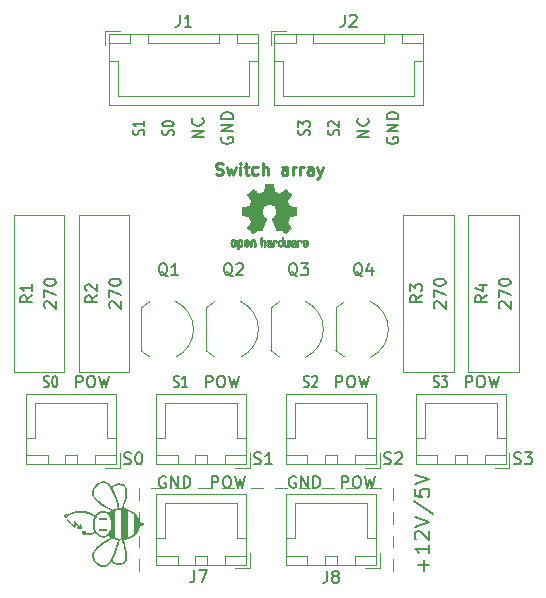
<source format=gbr>
G04 #@! TF.GenerationSoftware,KiCad,Pcbnew,(5.1.7)-1*
G04 #@! TF.CreationDate,2020-12-19T16:20:35+02:00*
G04 #@! TF.ProjectId,4_switch_array,345f7377-6974-4636-985f-61727261792e,rev?*
G04 #@! TF.SameCoordinates,Original*
G04 #@! TF.FileFunction,Legend,Top*
G04 #@! TF.FilePolarity,Positive*
%FSLAX46Y46*%
G04 Gerber Fmt 4.6, Leading zero omitted, Abs format (unit mm)*
G04 Created by KiCad (PCBNEW (5.1.7)-1) date 2020-12-19 16:20:35*
%MOMM*%
%LPD*%
G01*
G04 APERTURE LIST*
%ADD10C,0.150000*%
%ADD11C,0.120000*%
%ADD12C,0.250000*%
%ADD13C,0.010000*%
G04 APERTURE END LIST*
D10*
X138904761Y-44071428D02*
X138952380Y-43964285D01*
X138952380Y-43785714D01*
X138904761Y-43714285D01*
X138857142Y-43678571D01*
X138761904Y-43642857D01*
X138666666Y-43642857D01*
X138571428Y-43678571D01*
X138523809Y-43714285D01*
X138476190Y-43785714D01*
X138428571Y-43928571D01*
X138380952Y-44000000D01*
X138333333Y-44035714D01*
X138238095Y-44071428D01*
X138142857Y-44071428D01*
X138047619Y-44035714D01*
X138000000Y-44000000D01*
X137952380Y-43928571D01*
X137952380Y-43750000D01*
X138000000Y-43642857D01*
X137952380Y-43178571D02*
X137952380Y-43107142D01*
X138000000Y-43035714D01*
X138047619Y-43000000D01*
X138142857Y-42964285D01*
X138333333Y-42928571D01*
X138571428Y-42928571D01*
X138761904Y-42964285D01*
X138857142Y-43000000D01*
X138904761Y-43035714D01*
X138952380Y-43107142D01*
X138952380Y-43178571D01*
X138904761Y-43250000D01*
X138857142Y-43285714D01*
X138761904Y-43321428D01*
X138571428Y-43357142D01*
X138333333Y-43357142D01*
X138142857Y-43321428D01*
X138047619Y-43285714D01*
X138000000Y-43250000D01*
X137952380Y-43178571D01*
X136404761Y-44071428D02*
X136452380Y-43964285D01*
X136452380Y-43785714D01*
X136404761Y-43714285D01*
X136357142Y-43678571D01*
X136261904Y-43642857D01*
X136166666Y-43642857D01*
X136071428Y-43678571D01*
X136023809Y-43714285D01*
X135976190Y-43785714D01*
X135928571Y-43928571D01*
X135880952Y-44000000D01*
X135833333Y-44035714D01*
X135738095Y-44071428D01*
X135642857Y-44071428D01*
X135547619Y-44035714D01*
X135500000Y-44000000D01*
X135452380Y-43928571D01*
X135452380Y-43750000D01*
X135500000Y-43642857D01*
X136452380Y-42928571D02*
X136452380Y-43357142D01*
X136452380Y-43142857D02*
X135452380Y-43142857D01*
X135595238Y-43214285D01*
X135690476Y-43285714D01*
X135738095Y-43357142D01*
X152904761Y-44071428D02*
X152952380Y-43964285D01*
X152952380Y-43785714D01*
X152904761Y-43714285D01*
X152857142Y-43678571D01*
X152761904Y-43642857D01*
X152666666Y-43642857D01*
X152571428Y-43678571D01*
X152523809Y-43714285D01*
X152476190Y-43785714D01*
X152428571Y-43928571D01*
X152380952Y-44000000D01*
X152333333Y-44035714D01*
X152238095Y-44071428D01*
X152142857Y-44071428D01*
X152047619Y-44035714D01*
X152000000Y-44000000D01*
X151952380Y-43928571D01*
X151952380Y-43750000D01*
X152000000Y-43642857D01*
X152047619Y-43357142D02*
X152000000Y-43321428D01*
X151952380Y-43250000D01*
X151952380Y-43071428D01*
X152000000Y-43000000D01*
X152047619Y-42964285D01*
X152142857Y-42928571D01*
X152238095Y-42928571D01*
X152380952Y-42964285D01*
X152952380Y-43392857D01*
X152952380Y-42928571D01*
X141452380Y-44285714D02*
X140452380Y-44285714D01*
X141452380Y-43714285D01*
X140452380Y-43714285D01*
X141357142Y-42666666D02*
X141404761Y-42714285D01*
X141452380Y-42857142D01*
X141452380Y-42952380D01*
X141404761Y-43095238D01*
X141309523Y-43190476D01*
X141214285Y-43238095D01*
X141023809Y-43285714D01*
X140880952Y-43285714D01*
X140690476Y-43238095D01*
X140595238Y-43190476D01*
X140500000Y-43095238D01*
X140452380Y-42952380D01*
X140452380Y-42857142D01*
X140500000Y-42714285D01*
X140547619Y-42666666D01*
D11*
X156500000Y-74000000D02*
X155500000Y-74000000D01*
X154500000Y-74000000D02*
X153500000Y-74000000D01*
X150500000Y-74000000D02*
X149500000Y-74000000D01*
X152500000Y-74000000D02*
X151500000Y-74000000D01*
X148500000Y-74000000D02*
X147500000Y-74000000D01*
X136000000Y-77000000D02*
X136000000Y-76000000D01*
X136000000Y-81000000D02*
X136000000Y-80000000D01*
X136000000Y-79000000D02*
X136000000Y-78000000D01*
X136000000Y-75000000D02*
X136000000Y-74000000D01*
X157500000Y-75000000D02*
X157500000Y-74000000D01*
X157500000Y-79000000D02*
X157500000Y-78000000D01*
X157500000Y-77000000D02*
X157500000Y-76000000D01*
X157500000Y-81000000D02*
X157500000Y-80000000D01*
X157500000Y-74000000D02*
X157500000Y-74000000D01*
X140000000Y-74000000D02*
X139000000Y-74000000D01*
X146500000Y-74000000D02*
X145500000Y-74000000D01*
X138000000Y-74000000D02*
X137000000Y-74000000D01*
X144000000Y-74000000D02*
X143000000Y-74000000D01*
X142000000Y-74000000D02*
X141000000Y-74000000D01*
D10*
X149238095Y-73000000D02*
X149142857Y-72952380D01*
X149000000Y-72952380D01*
X148857142Y-73000000D01*
X148761904Y-73095238D01*
X148714285Y-73190476D01*
X148666666Y-73380952D01*
X148666666Y-73523809D01*
X148714285Y-73714285D01*
X148761904Y-73809523D01*
X148857142Y-73904761D01*
X149000000Y-73952380D01*
X149095238Y-73952380D01*
X149238095Y-73904761D01*
X149285714Y-73857142D01*
X149285714Y-73523809D01*
X149095238Y-73523809D01*
X149714285Y-73952380D02*
X149714285Y-72952380D01*
X150285714Y-73952380D01*
X150285714Y-72952380D01*
X150761904Y-73952380D02*
X150761904Y-72952380D01*
X151000000Y-72952380D01*
X151142857Y-73000000D01*
X151238095Y-73095238D01*
X151285714Y-73190476D01*
X151333333Y-73380952D01*
X151333333Y-73523809D01*
X151285714Y-73714285D01*
X151238095Y-73809523D01*
X151142857Y-73904761D01*
X151000000Y-73952380D01*
X150761904Y-73952380D01*
X153142857Y-73952380D02*
X153142857Y-72952380D01*
X153523809Y-72952380D01*
X153619047Y-73000000D01*
X153666666Y-73047619D01*
X153714285Y-73142857D01*
X153714285Y-73285714D01*
X153666666Y-73380952D01*
X153619047Y-73428571D01*
X153523809Y-73476190D01*
X153142857Y-73476190D01*
X154333333Y-72952380D02*
X154523809Y-72952380D01*
X154619047Y-73000000D01*
X154714285Y-73095238D01*
X154761904Y-73285714D01*
X154761904Y-73619047D01*
X154714285Y-73809523D01*
X154619047Y-73904761D01*
X154523809Y-73952380D01*
X154333333Y-73952380D01*
X154238095Y-73904761D01*
X154142857Y-73809523D01*
X154095238Y-73619047D01*
X154095238Y-73285714D01*
X154142857Y-73095238D01*
X154238095Y-73000000D01*
X154333333Y-72952380D01*
X155095238Y-72952380D02*
X155333333Y-73952380D01*
X155523809Y-73238095D01*
X155714285Y-73952380D01*
X155952380Y-72952380D01*
X160089285Y-80988095D02*
X160089285Y-80035714D01*
X160565476Y-80511904D02*
X159613095Y-80511904D01*
X160565476Y-78785714D02*
X160565476Y-79500000D01*
X160565476Y-79142857D02*
X159315476Y-79142857D01*
X159494047Y-79261904D01*
X159613095Y-79380952D01*
X159672619Y-79500000D01*
X159434523Y-78309523D02*
X159375000Y-78250000D01*
X159315476Y-78130952D01*
X159315476Y-77833333D01*
X159375000Y-77714285D01*
X159434523Y-77654761D01*
X159553571Y-77595238D01*
X159672619Y-77595238D01*
X159851190Y-77654761D01*
X160565476Y-78369047D01*
X160565476Y-77595238D01*
X159315476Y-77238095D02*
X160565476Y-76821428D01*
X159315476Y-76404761D01*
X159255952Y-75095238D02*
X160863095Y-76166666D01*
X159315476Y-74083333D02*
X159315476Y-74678571D01*
X159910714Y-74738095D01*
X159851190Y-74678571D01*
X159791666Y-74559523D01*
X159791666Y-74261904D01*
X159851190Y-74142857D01*
X159910714Y-74083333D01*
X160029761Y-74023809D01*
X160327380Y-74023809D01*
X160446428Y-74083333D01*
X160505952Y-74142857D01*
X160565476Y-74261904D01*
X160565476Y-74559523D01*
X160505952Y-74678571D01*
X160446428Y-74738095D01*
X159315476Y-73666666D02*
X160565476Y-73250000D01*
X159315476Y-72833333D01*
X160928571Y-65404761D02*
X161035714Y-65452380D01*
X161214285Y-65452380D01*
X161285714Y-65404761D01*
X161321428Y-65357142D01*
X161357142Y-65261904D01*
X161357142Y-65166666D01*
X161321428Y-65071428D01*
X161285714Y-65023809D01*
X161214285Y-64976190D01*
X161071428Y-64928571D01*
X161000000Y-64880952D01*
X160964285Y-64833333D01*
X160928571Y-64738095D01*
X160928571Y-64642857D01*
X160964285Y-64547619D01*
X161000000Y-64500000D01*
X161071428Y-64452380D01*
X161250000Y-64452380D01*
X161357142Y-64500000D01*
X161607142Y-64452380D02*
X162071428Y-64452380D01*
X161821428Y-64833333D01*
X161928571Y-64833333D01*
X162000000Y-64880952D01*
X162035714Y-64928571D01*
X162071428Y-65023809D01*
X162071428Y-65261904D01*
X162035714Y-65357142D01*
X162000000Y-65404761D01*
X161928571Y-65452380D01*
X161714285Y-65452380D01*
X161642857Y-65404761D01*
X161607142Y-65357142D01*
X149928571Y-65404761D02*
X150035714Y-65452380D01*
X150214285Y-65452380D01*
X150285714Y-65404761D01*
X150321428Y-65357142D01*
X150357142Y-65261904D01*
X150357142Y-65166666D01*
X150321428Y-65071428D01*
X150285714Y-65023809D01*
X150214285Y-64976190D01*
X150071428Y-64928571D01*
X150000000Y-64880952D01*
X149964285Y-64833333D01*
X149928571Y-64738095D01*
X149928571Y-64642857D01*
X149964285Y-64547619D01*
X150000000Y-64500000D01*
X150071428Y-64452380D01*
X150250000Y-64452380D01*
X150357142Y-64500000D01*
X150642857Y-64547619D02*
X150678571Y-64500000D01*
X150750000Y-64452380D01*
X150928571Y-64452380D01*
X151000000Y-64500000D01*
X151035714Y-64547619D01*
X151071428Y-64642857D01*
X151071428Y-64738095D01*
X151035714Y-64880952D01*
X150607142Y-65452380D01*
X151071428Y-65452380D01*
X138928571Y-65404761D02*
X139035714Y-65452380D01*
X139214285Y-65452380D01*
X139285714Y-65404761D01*
X139321428Y-65357142D01*
X139357142Y-65261904D01*
X139357142Y-65166666D01*
X139321428Y-65071428D01*
X139285714Y-65023809D01*
X139214285Y-64976190D01*
X139071428Y-64928571D01*
X139000000Y-64880952D01*
X138964285Y-64833333D01*
X138928571Y-64738095D01*
X138928571Y-64642857D01*
X138964285Y-64547619D01*
X139000000Y-64500000D01*
X139071428Y-64452380D01*
X139250000Y-64452380D01*
X139357142Y-64500000D01*
X140071428Y-65452380D02*
X139642857Y-65452380D01*
X139857142Y-65452380D02*
X139857142Y-64452380D01*
X139785714Y-64595238D01*
X139714285Y-64690476D01*
X139642857Y-64738095D01*
X167738095Y-71904761D02*
X167880952Y-71952380D01*
X168119047Y-71952380D01*
X168214285Y-71904761D01*
X168261904Y-71857142D01*
X168309523Y-71761904D01*
X168309523Y-71666666D01*
X168261904Y-71571428D01*
X168214285Y-71523809D01*
X168119047Y-71476190D01*
X167928571Y-71428571D01*
X167833333Y-71380952D01*
X167785714Y-71333333D01*
X167738095Y-71238095D01*
X167738095Y-71142857D01*
X167785714Y-71047619D01*
X167833333Y-71000000D01*
X167928571Y-70952380D01*
X168166666Y-70952380D01*
X168309523Y-71000000D01*
X168642857Y-70952380D02*
X169261904Y-70952380D01*
X168928571Y-71333333D01*
X169071428Y-71333333D01*
X169166666Y-71380952D01*
X169214285Y-71428571D01*
X169261904Y-71523809D01*
X169261904Y-71761904D01*
X169214285Y-71857142D01*
X169166666Y-71904761D01*
X169071428Y-71952380D01*
X168785714Y-71952380D01*
X168690476Y-71904761D01*
X168642857Y-71857142D01*
X156738095Y-71904761D02*
X156880952Y-71952380D01*
X157119047Y-71952380D01*
X157214285Y-71904761D01*
X157261904Y-71857142D01*
X157309523Y-71761904D01*
X157309523Y-71666666D01*
X157261904Y-71571428D01*
X157214285Y-71523809D01*
X157119047Y-71476190D01*
X156928571Y-71428571D01*
X156833333Y-71380952D01*
X156785714Y-71333333D01*
X156738095Y-71238095D01*
X156738095Y-71142857D01*
X156785714Y-71047619D01*
X156833333Y-71000000D01*
X156928571Y-70952380D01*
X157166666Y-70952380D01*
X157309523Y-71000000D01*
X157690476Y-71047619D02*
X157738095Y-71000000D01*
X157833333Y-70952380D01*
X158071428Y-70952380D01*
X158166666Y-71000000D01*
X158214285Y-71047619D01*
X158261904Y-71142857D01*
X158261904Y-71238095D01*
X158214285Y-71380952D01*
X157642857Y-71952380D01*
X158261904Y-71952380D01*
X145738095Y-71904761D02*
X145880952Y-71952380D01*
X146119047Y-71952380D01*
X146214285Y-71904761D01*
X146261904Y-71857142D01*
X146309523Y-71761904D01*
X146309523Y-71666666D01*
X146261904Y-71571428D01*
X146214285Y-71523809D01*
X146119047Y-71476190D01*
X145928571Y-71428571D01*
X145833333Y-71380952D01*
X145785714Y-71333333D01*
X145738095Y-71238095D01*
X145738095Y-71142857D01*
X145785714Y-71047619D01*
X145833333Y-71000000D01*
X145928571Y-70952380D01*
X146166666Y-70952380D01*
X146309523Y-71000000D01*
X147261904Y-71952380D02*
X146690476Y-71952380D01*
X146976190Y-71952380D02*
X146976190Y-70952380D01*
X146880952Y-71095238D01*
X146785714Y-71190476D01*
X146690476Y-71238095D01*
X134738095Y-71904761D02*
X134880952Y-71952380D01*
X135119047Y-71952380D01*
X135214285Y-71904761D01*
X135261904Y-71857142D01*
X135309523Y-71761904D01*
X135309523Y-71666666D01*
X135261904Y-71571428D01*
X135214285Y-71523809D01*
X135119047Y-71476190D01*
X134928571Y-71428571D01*
X134833333Y-71380952D01*
X134785714Y-71333333D01*
X134738095Y-71238095D01*
X134738095Y-71142857D01*
X134785714Y-71047619D01*
X134833333Y-71000000D01*
X134928571Y-70952380D01*
X135166666Y-70952380D01*
X135309523Y-71000000D01*
X135928571Y-70952380D02*
X136023809Y-70952380D01*
X136119047Y-71000000D01*
X136166666Y-71047619D01*
X136214285Y-71142857D01*
X136261904Y-71333333D01*
X136261904Y-71571428D01*
X136214285Y-71761904D01*
X136166666Y-71857142D01*
X136119047Y-71904761D01*
X136023809Y-71952380D01*
X135928571Y-71952380D01*
X135833333Y-71904761D01*
X135785714Y-71857142D01*
X135738095Y-71761904D01*
X135690476Y-71571428D01*
X135690476Y-71333333D01*
X135738095Y-71142857D01*
X135785714Y-71047619D01*
X135833333Y-71000000D01*
X135928571Y-70952380D01*
X127928571Y-65404761D02*
X128035714Y-65452380D01*
X128214285Y-65452380D01*
X128285714Y-65404761D01*
X128321428Y-65357142D01*
X128357142Y-65261904D01*
X128357142Y-65166666D01*
X128321428Y-65071428D01*
X128285714Y-65023809D01*
X128214285Y-64976190D01*
X128071428Y-64928571D01*
X128000000Y-64880952D01*
X127964285Y-64833333D01*
X127928571Y-64738095D01*
X127928571Y-64642857D01*
X127964285Y-64547619D01*
X128000000Y-64500000D01*
X128071428Y-64452380D01*
X128250000Y-64452380D01*
X128357142Y-64500000D01*
X128821428Y-64452380D02*
X128892857Y-64452380D01*
X128964285Y-64500000D01*
X129000000Y-64547619D01*
X129035714Y-64642857D01*
X129071428Y-64833333D01*
X129071428Y-65071428D01*
X129035714Y-65261904D01*
X129000000Y-65357142D01*
X128964285Y-65404761D01*
X128892857Y-65452380D01*
X128821428Y-65452380D01*
X128750000Y-65404761D01*
X128714285Y-65357142D01*
X128678571Y-65261904D01*
X128642857Y-65071428D01*
X128642857Y-64833333D01*
X128678571Y-64642857D01*
X128714285Y-64547619D01*
X128750000Y-64500000D01*
X128821428Y-64452380D01*
X130642857Y-65452380D02*
X130642857Y-64452380D01*
X131023809Y-64452380D01*
X131119047Y-64500000D01*
X131166666Y-64547619D01*
X131214285Y-64642857D01*
X131214285Y-64785714D01*
X131166666Y-64880952D01*
X131119047Y-64928571D01*
X131023809Y-64976190D01*
X130642857Y-64976190D01*
X131833333Y-64452380D02*
X132023809Y-64452380D01*
X132119047Y-64500000D01*
X132214285Y-64595238D01*
X132261904Y-64785714D01*
X132261904Y-65119047D01*
X132214285Y-65309523D01*
X132119047Y-65404761D01*
X132023809Y-65452380D01*
X131833333Y-65452380D01*
X131738095Y-65404761D01*
X131642857Y-65309523D01*
X131595238Y-65119047D01*
X131595238Y-64785714D01*
X131642857Y-64595238D01*
X131738095Y-64500000D01*
X131833333Y-64452380D01*
X132595238Y-64452380D02*
X132833333Y-65452380D01*
X133023809Y-64738095D01*
X133214285Y-65452380D01*
X133452380Y-64452380D01*
X141642857Y-65452380D02*
X141642857Y-64452380D01*
X142023809Y-64452380D01*
X142119047Y-64500000D01*
X142166666Y-64547619D01*
X142214285Y-64642857D01*
X142214285Y-64785714D01*
X142166666Y-64880952D01*
X142119047Y-64928571D01*
X142023809Y-64976190D01*
X141642857Y-64976190D01*
X142833333Y-64452380D02*
X143023809Y-64452380D01*
X143119047Y-64500000D01*
X143214285Y-64595238D01*
X143261904Y-64785714D01*
X143261904Y-65119047D01*
X143214285Y-65309523D01*
X143119047Y-65404761D01*
X143023809Y-65452380D01*
X142833333Y-65452380D01*
X142738095Y-65404761D01*
X142642857Y-65309523D01*
X142595238Y-65119047D01*
X142595238Y-64785714D01*
X142642857Y-64595238D01*
X142738095Y-64500000D01*
X142833333Y-64452380D01*
X143595238Y-64452380D02*
X143833333Y-65452380D01*
X144023809Y-64738095D01*
X144214285Y-65452380D01*
X144452380Y-64452380D01*
X152642857Y-65452380D02*
X152642857Y-64452380D01*
X153023809Y-64452380D01*
X153119047Y-64500000D01*
X153166666Y-64547619D01*
X153214285Y-64642857D01*
X153214285Y-64785714D01*
X153166666Y-64880952D01*
X153119047Y-64928571D01*
X153023809Y-64976190D01*
X152642857Y-64976190D01*
X153833333Y-64452380D02*
X154023809Y-64452380D01*
X154119047Y-64500000D01*
X154214285Y-64595238D01*
X154261904Y-64785714D01*
X154261904Y-65119047D01*
X154214285Y-65309523D01*
X154119047Y-65404761D01*
X154023809Y-65452380D01*
X153833333Y-65452380D01*
X153738095Y-65404761D01*
X153642857Y-65309523D01*
X153595238Y-65119047D01*
X153595238Y-64785714D01*
X153642857Y-64595238D01*
X153738095Y-64500000D01*
X153833333Y-64452380D01*
X154595238Y-64452380D02*
X154833333Y-65452380D01*
X155023809Y-64738095D01*
X155214285Y-65452380D01*
X155452380Y-64452380D01*
D12*
X142500000Y-47404761D02*
X142642857Y-47452380D01*
X142880952Y-47452380D01*
X142976190Y-47404761D01*
X143023809Y-47357142D01*
X143071428Y-47261904D01*
X143071428Y-47166666D01*
X143023809Y-47071428D01*
X142976190Y-47023809D01*
X142880952Y-46976190D01*
X142690476Y-46928571D01*
X142595238Y-46880952D01*
X142547619Y-46833333D01*
X142500000Y-46738095D01*
X142500000Y-46642857D01*
X142547619Y-46547619D01*
X142595238Y-46500000D01*
X142690476Y-46452380D01*
X142928571Y-46452380D01*
X143071428Y-46500000D01*
X143404761Y-46785714D02*
X143595238Y-47452380D01*
X143785714Y-46976190D01*
X143976190Y-47452380D01*
X144166666Y-46785714D01*
X144547619Y-47452380D02*
X144547619Y-46785714D01*
X144547619Y-46452380D02*
X144500000Y-46500000D01*
X144547619Y-46547619D01*
X144595238Y-46500000D01*
X144547619Y-46452380D01*
X144547619Y-46547619D01*
X144880952Y-46785714D02*
X145261904Y-46785714D01*
X145023809Y-46452380D02*
X145023809Y-47309523D01*
X145071428Y-47404761D01*
X145166666Y-47452380D01*
X145261904Y-47452380D01*
X146023809Y-47404761D02*
X145928571Y-47452380D01*
X145738095Y-47452380D01*
X145642857Y-47404761D01*
X145595238Y-47357142D01*
X145547619Y-47261904D01*
X145547619Y-46976190D01*
X145595238Y-46880952D01*
X145642857Y-46833333D01*
X145738095Y-46785714D01*
X145928571Y-46785714D01*
X146023809Y-46833333D01*
X146452380Y-47452380D02*
X146452380Y-46452380D01*
X146880952Y-47452380D02*
X146880952Y-46928571D01*
X146833333Y-46833333D01*
X146738095Y-46785714D01*
X146595238Y-46785714D01*
X146500000Y-46833333D01*
X146452380Y-46880952D01*
X148547619Y-47452380D02*
X148547619Y-46928571D01*
X148500000Y-46833333D01*
X148404761Y-46785714D01*
X148214285Y-46785714D01*
X148119047Y-46833333D01*
X148547619Y-47404761D02*
X148452380Y-47452380D01*
X148214285Y-47452380D01*
X148119047Y-47404761D01*
X148071428Y-47309523D01*
X148071428Y-47214285D01*
X148119047Y-47119047D01*
X148214285Y-47071428D01*
X148452380Y-47071428D01*
X148547619Y-47023809D01*
X149023809Y-47452380D02*
X149023809Y-46785714D01*
X149023809Y-46976190D02*
X149071428Y-46880952D01*
X149119047Y-46833333D01*
X149214285Y-46785714D01*
X149309523Y-46785714D01*
X149642857Y-47452380D02*
X149642857Y-46785714D01*
X149642857Y-46976190D02*
X149690476Y-46880952D01*
X149738095Y-46833333D01*
X149833333Y-46785714D01*
X149928571Y-46785714D01*
X150690476Y-47452380D02*
X150690476Y-46928571D01*
X150642857Y-46833333D01*
X150547619Y-46785714D01*
X150357142Y-46785714D01*
X150261904Y-46833333D01*
X150690476Y-47404761D02*
X150595238Y-47452380D01*
X150357142Y-47452380D01*
X150261904Y-47404761D01*
X150214285Y-47309523D01*
X150214285Y-47214285D01*
X150261904Y-47119047D01*
X150357142Y-47071428D01*
X150595238Y-47071428D01*
X150690476Y-47023809D01*
X151071428Y-46785714D02*
X151309523Y-47452380D01*
X151547619Y-46785714D02*
X151309523Y-47452380D01*
X151214285Y-47690476D01*
X151166666Y-47738095D01*
X151071428Y-47785714D01*
D10*
X163642857Y-65452380D02*
X163642857Y-64452380D01*
X164023809Y-64452380D01*
X164119047Y-64500000D01*
X164166666Y-64547619D01*
X164214285Y-64642857D01*
X164214285Y-64785714D01*
X164166666Y-64880952D01*
X164119047Y-64928571D01*
X164023809Y-64976190D01*
X163642857Y-64976190D01*
X164833333Y-64452380D02*
X165023809Y-64452380D01*
X165119047Y-64500000D01*
X165214285Y-64595238D01*
X165261904Y-64785714D01*
X165261904Y-65119047D01*
X165214285Y-65309523D01*
X165119047Y-65404761D01*
X165023809Y-65452380D01*
X164833333Y-65452380D01*
X164738095Y-65404761D01*
X164642857Y-65309523D01*
X164595238Y-65119047D01*
X164595238Y-64785714D01*
X164642857Y-64595238D01*
X164738095Y-64500000D01*
X164833333Y-64452380D01*
X165595238Y-64452380D02*
X165833333Y-65452380D01*
X166023809Y-64738095D01*
X166214285Y-65452380D01*
X166452380Y-64452380D01*
X142142857Y-73952380D02*
X142142857Y-72952380D01*
X142523809Y-72952380D01*
X142619047Y-73000000D01*
X142666666Y-73047619D01*
X142714285Y-73142857D01*
X142714285Y-73285714D01*
X142666666Y-73380952D01*
X142619047Y-73428571D01*
X142523809Y-73476190D01*
X142142857Y-73476190D01*
X143333333Y-72952380D02*
X143523809Y-72952380D01*
X143619047Y-73000000D01*
X143714285Y-73095238D01*
X143761904Y-73285714D01*
X143761904Y-73619047D01*
X143714285Y-73809523D01*
X143619047Y-73904761D01*
X143523809Y-73952380D01*
X143333333Y-73952380D01*
X143238095Y-73904761D01*
X143142857Y-73809523D01*
X143095238Y-73619047D01*
X143095238Y-73285714D01*
X143142857Y-73095238D01*
X143238095Y-73000000D01*
X143333333Y-72952380D01*
X144095238Y-72952380D02*
X144333333Y-73952380D01*
X144523809Y-73238095D01*
X144714285Y-73952380D01*
X144952380Y-72952380D01*
X138238095Y-73000000D02*
X138142857Y-72952380D01*
X138000000Y-72952380D01*
X137857142Y-73000000D01*
X137761904Y-73095238D01*
X137714285Y-73190476D01*
X137666666Y-73380952D01*
X137666666Y-73523809D01*
X137714285Y-73714285D01*
X137761904Y-73809523D01*
X137857142Y-73904761D01*
X138000000Y-73952380D01*
X138095238Y-73952380D01*
X138238095Y-73904761D01*
X138285714Y-73857142D01*
X138285714Y-73523809D01*
X138095238Y-73523809D01*
X138714285Y-73952380D02*
X138714285Y-72952380D01*
X139285714Y-73952380D01*
X139285714Y-72952380D01*
X139761904Y-73952380D02*
X139761904Y-72952380D01*
X140000000Y-72952380D01*
X140142857Y-73000000D01*
X140238095Y-73095238D01*
X140285714Y-73190476D01*
X140333333Y-73380952D01*
X140333333Y-73523809D01*
X140285714Y-73714285D01*
X140238095Y-73809523D01*
X140142857Y-73904761D01*
X140000000Y-73952380D01*
X139761904Y-73952380D01*
X157000000Y-44261904D02*
X156952380Y-44357142D01*
X156952380Y-44500000D01*
X157000000Y-44642857D01*
X157095238Y-44738095D01*
X157190476Y-44785714D01*
X157380952Y-44833333D01*
X157523809Y-44833333D01*
X157714285Y-44785714D01*
X157809523Y-44738095D01*
X157904761Y-44642857D01*
X157952380Y-44500000D01*
X157952380Y-44404761D01*
X157904761Y-44261904D01*
X157857142Y-44214285D01*
X157523809Y-44214285D01*
X157523809Y-44404761D01*
X157952380Y-43785714D02*
X156952380Y-43785714D01*
X157952380Y-43214285D01*
X156952380Y-43214285D01*
X157952380Y-42738095D02*
X156952380Y-42738095D01*
X156952380Y-42500000D01*
X157000000Y-42357142D01*
X157095238Y-42261904D01*
X157190476Y-42214285D01*
X157380952Y-42166666D01*
X157523809Y-42166666D01*
X157714285Y-42214285D01*
X157809523Y-42261904D01*
X157904761Y-42357142D01*
X157952380Y-42500000D01*
X157952380Y-42738095D01*
X155452380Y-44285714D02*
X154452380Y-44285714D01*
X155452380Y-43714285D01*
X154452380Y-43714285D01*
X155357142Y-42666666D02*
X155404761Y-42714285D01*
X155452380Y-42857142D01*
X155452380Y-42952380D01*
X155404761Y-43095238D01*
X155309523Y-43190476D01*
X155214285Y-43238095D01*
X155023809Y-43285714D01*
X154880952Y-43285714D01*
X154690476Y-43238095D01*
X154595238Y-43190476D01*
X154500000Y-43095238D01*
X154452380Y-42952380D01*
X154452380Y-42857142D01*
X154500000Y-42714285D01*
X154547619Y-42666666D01*
X150404761Y-44071428D02*
X150452380Y-43964285D01*
X150452380Y-43785714D01*
X150404761Y-43714285D01*
X150357142Y-43678571D01*
X150261904Y-43642857D01*
X150166666Y-43642857D01*
X150071428Y-43678571D01*
X150023809Y-43714285D01*
X149976190Y-43785714D01*
X149928571Y-43928571D01*
X149880952Y-44000000D01*
X149833333Y-44035714D01*
X149738095Y-44071428D01*
X149642857Y-44071428D01*
X149547619Y-44035714D01*
X149500000Y-44000000D01*
X149452380Y-43928571D01*
X149452380Y-43750000D01*
X149500000Y-43642857D01*
X149452380Y-43392857D02*
X149452380Y-42928571D01*
X149833333Y-43178571D01*
X149833333Y-43071428D01*
X149880952Y-43000000D01*
X149928571Y-42964285D01*
X150023809Y-42928571D01*
X150261904Y-42928571D01*
X150357142Y-42964285D01*
X150404761Y-43000000D01*
X150452380Y-43071428D01*
X150452380Y-43285714D01*
X150404761Y-43357142D01*
X150357142Y-43392857D01*
X143000000Y-44261904D02*
X142952380Y-44357142D01*
X142952380Y-44500000D01*
X143000000Y-44642857D01*
X143095238Y-44738095D01*
X143190476Y-44785714D01*
X143380952Y-44833333D01*
X143523809Y-44833333D01*
X143714285Y-44785714D01*
X143809523Y-44738095D01*
X143904761Y-44642857D01*
X143952380Y-44500000D01*
X143952380Y-44404761D01*
X143904761Y-44261904D01*
X143857142Y-44214285D01*
X143523809Y-44214285D01*
X143523809Y-44404761D01*
X143952380Y-43785714D02*
X142952380Y-43785714D01*
X143952380Y-43214285D01*
X142952380Y-43214285D01*
X143952380Y-42738095D02*
X142952380Y-42738095D01*
X142952380Y-42500000D01*
X143000000Y-42357142D01*
X143095238Y-42261904D01*
X143190476Y-42214285D01*
X143380952Y-42166666D01*
X143523809Y-42166666D01*
X143714285Y-42214285D01*
X143809523Y-42261904D01*
X143904761Y-42357142D01*
X143952380Y-42500000D01*
X143952380Y-42738095D01*
D11*
X156350000Y-80750000D02*
X156350000Y-79500000D01*
X155100000Y-80750000D02*
X156350000Y-80750000D01*
X149200000Y-75250000D02*
X152250000Y-75250000D01*
X149200000Y-78200000D02*
X149200000Y-75250000D01*
X148450000Y-78200000D02*
X149200000Y-78200000D01*
X155300000Y-75250000D02*
X152250000Y-75250000D01*
X155300000Y-78200000D02*
X155300000Y-75250000D01*
X156050000Y-78200000D02*
X155300000Y-78200000D01*
X148450000Y-80450000D02*
X150250000Y-80450000D01*
X148450000Y-79700000D02*
X148450000Y-80450000D01*
X150250000Y-79700000D02*
X148450000Y-79700000D01*
X150250000Y-80450000D02*
X150250000Y-79700000D01*
X154250000Y-80450000D02*
X156050000Y-80450000D01*
X154250000Y-79700000D02*
X154250000Y-80450000D01*
X156050000Y-79700000D02*
X154250000Y-79700000D01*
X156050000Y-80450000D02*
X156050000Y-79700000D01*
X151750000Y-80450000D02*
X152750000Y-80450000D01*
X151750000Y-79700000D02*
X151750000Y-80450000D01*
X152750000Y-79700000D02*
X151750000Y-79700000D01*
X152750000Y-80450000D02*
X152750000Y-79700000D01*
X148440000Y-80460000D02*
X156060000Y-80460000D01*
X148440000Y-74490000D02*
X148440000Y-80460000D01*
X156060000Y-74490000D02*
X148440000Y-74490000D01*
X156060000Y-80460000D02*
X156060000Y-74490000D01*
X167350000Y-72250000D02*
X167350000Y-71000000D01*
X166100000Y-72250000D02*
X167350000Y-72250000D01*
X160200000Y-66750000D02*
X163250000Y-66750000D01*
X160200000Y-69700000D02*
X160200000Y-66750000D01*
X159450000Y-69700000D02*
X160200000Y-69700000D01*
X166300000Y-66750000D02*
X163250000Y-66750000D01*
X166300000Y-69700000D02*
X166300000Y-66750000D01*
X167050000Y-69700000D02*
X166300000Y-69700000D01*
X159450000Y-71950000D02*
X161250000Y-71950000D01*
X159450000Y-71200000D02*
X159450000Y-71950000D01*
X161250000Y-71200000D02*
X159450000Y-71200000D01*
X161250000Y-71950000D02*
X161250000Y-71200000D01*
X165250000Y-71950000D02*
X167050000Y-71950000D01*
X165250000Y-71200000D02*
X165250000Y-71950000D01*
X167050000Y-71200000D02*
X165250000Y-71200000D01*
X167050000Y-71950000D02*
X167050000Y-71200000D01*
X162750000Y-71950000D02*
X163750000Y-71950000D01*
X162750000Y-71200000D02*
X162750000Y-71950000D01*
X163750000Y-71200000D02*
X162750000Y-71200000D01*
X163750000Y-71950000D02*
X163750000Y-71200000D01*
X159440000Y-71960000D02*
X167060000Y-71960000D01*
X159440000Y-65990000D02*
X159440000Y-71960000D01*
X167060000Y-65990000D02*
X159440000Y-65990000D01*
X167060000Y-71960000D02*
X167060000Y-65990000D01*
D13*
G36*
X133173182Y-76492000D02*
G01*
X133173182Y-76595909D01*
X132630546Y-76595909D01*
X132630546Y-76492000D01*
X133173182Y-76492000D01*
G37*
X133173182Y-76492000D02*
X133173182Y-76595909D01*
X132630546Y-76595909D01*
X132630546Y-76492000D01*
X133173182Y-76492000D01*
G36*
X133173182Y-77415636D02*
G01*
X133173182Y-77519546D01*
X132630546Y-77519546D01*
X132630546Y-77415636D01*
X133173182Y-77415636D01*
G37*
X133173182Y-77415636D02*
X133173182Y-77519546D01*
X132630546Y-77519546D01*
X132630546Y-77415636D01*
X133173182Y-77415636D01*
G36*
X129877467Y-76626901D02*
G01*
X129890801Y-76630776D01*
X129913243Y-76645816D01*
X129945969Y-76672984D01*
X129990152Y-76713240D01*
X130046967Y-76767545D01*
X130117587Y-76836860D01*
X130184219Y-76903173D01*
X130471546Y-77190327D01*
X130471546Y-76991254D01*
X130471724Y-76918847D01*
X130472470Y-76866371D01*
X130474105Y-76830667D01*
X130476946Y-76808576D01*
X130481312Y-76796941D01*
X130487523Y-76792603D01*
X130491650Y-76792182D01*
X130504665Y-76800078D01*
X130531642Y-76822402D01*
X130570362Y-76857110D01*
X130618607Y-76902156D01*
X130674157Y-76955495D01*
X130734794Y-77015081D01*
X130751422Y-77031647D01*
X130828149Y-77107675D01*
X130889584Y-77167131D01*
X130936131Y-77210380D01*
X130968191Y-77237787D01*
X130986170Y-77249716D01*
X130990686Y-77248124D01*
X130988110Y-77224942D01*
X130981832Y-77188032D01*
X130974839Y-77153170D01*
X130966987Y-77112516D01*
X130965268Y-77088124D01*
X130969746Y-77073974D01*
X130975734Y-77067646D01*
X130988130Y-77060571D01*
X130998687Y-77063805D01*
X131008553Y-77079929D01*
X131018878Y-77111523D01*
X131030808Y-77161166D01*
X131042861Y-77218458D01*
X131055603Y-77281228D01*
X131064184Y-77325023D01*
X131069030Y-77353499D01*
X131070567Y-77370313D01*
X131069221Y-77379119D01*
X131065417Y-77383574D01*
X131062329Y-77385558D01*
X131046061Y-77386495D01*
X131013162Y-77382402D01*
X130968818Y-77374463D01*
X130918211Y-77363866D01*
X130866526Y-77351794D01*
X130818946Y-77339436D01*
X130780655Y-77327975D01*
X130756836Y-77318599D01*
X130751657Y-77314490D01*
X130750054Y-77295101D01*
X130765014Y-77285455D01*
X130798134Y-77285226D01*
X130851014Y-77294087D01*
X130851262Y-77294139D01*
X130892815Y-77302673D01*
X130925129Y-77308924D01*
X130941940Y-77311687D01*
X130942658Y-77311727D01*
X130936997Y-77303951D01*
X130917022Y-77282058D01*
X130884804Y-77248202D01*
X130842414Y-77204539D01*
X130791923Y-77153221D01*
X130742744Y-77103751D01*
X130535046Y-76895776D01*
X130529273Y-77083408D01*
X130526743Y-77154980D01*
X130523983Y-77206550D01*
X130520617Y-77241206D01*
X130516270Y-77262038D01*
X130510564Y-77272134D01*
X130506000Y-77274392D01*
X130494540Y-77267207D01*
X130469165Y-77245659D01*
X130432073Y-77211923D01*
X130385462Y-77168174D01*
X130331533Y-77116585D01*
X130272484Y-77059333D01*
X130210514Y-76998592D01*
X130147823Y-76936536D01*
X130086608Y-76875340D01*
X130029070Y-76817180D01*
X129977407Y-76764229D01*
X129933819Y-76718663D01*
X129900504Y-76682655D01*
X129879661Y-76658382D01*
X129873429Y-76648807D01*
X129872068Y-76633232D01*
X129877467Y-76626901D01*
G37*
X129877467Y-76626901D02*
X129890801Y-76630776D01*
X129913243Y-76645816D01*
X129945969Y-76672984D01*
X129990152Y-76713240D01*
X130046967Y-76767545D01*
X130117587Y-76836860D01*
X130184219Y-76903173D01*
X130471546Y-77190327D01*
X130471546Y-76991254D01*
X130471724Y-76918847D01*
X130472470Y-76866371D01*
X130474105Y-76830667D01*
X130476946Y-76808576D01*
X130481312Y-76796941D01*
X130487523Y-76792603D01*
X130491650Y-76792182D01*
X130504665Y-76800078D01*
X130531642Y-76822402D01*
X130570362Y-76857110D01*
X130618607Y-76902156D01*
X130674157Y-76955495D01*
X130734794Y-77015081D01*
X130751422Y-77031647D01*
X130828149Y-77107675D01*
X130889584Y-77167131D01*
X130936131Y-77210380D01*
X130968191Y-77237787D01*
X130986170Y-77249716D01*
X130990686Y-77248124D01*
X130988110Y-77224942D01*
X130981832Y-77188032D01*
X130974839Y-77153170D01*
X130966987Y-77112516D01*
X130965268Y-77088124D01*
X130969746Y-77073974D01*
X130975734Y-77067646D01*
X130988130Y-77060571D01*
X130998687Y-77063805D01*
X131008553Y-77079929D01*
X131018878Y-77111523D01*
X131030808Y-77161166D01*
X131042861Y-77218458D01*
X131055603Y-77281228D01*
X131064184Y-77325023D01*
X131069030Y-77353499D01*
X131070567Y-77370313D01*
X131069221Y-77379119D01*
X131065417Y-77383574D01*
X131062329Y-77385558D01*
X131046061Y-77386495D01*
X131013162Y-77382402D01*
X130968818Y-77374463D01*
X130918211Y-77363866D01*
X130866526Y-77351794D01*
X130818946Y-77339436D01*
X130780655Y-77327975D01*
X130756836Y-77318599D01*
X130751657Y-77314490D01*
X130750054Y-77295101D01*
X130765014Y-77285455D01*
X130798134Y-77285226D01*
X130851014Y-77294087D01*
X130851262Y-77294139D01*
X130892815Y-77302673D01*
X130925129Y-77308924D01*
X130941940Y-77311687D01*
X130942658Y-77311727D01*
X130936997Y-77303951D01*
X130917022Y-77282058D01*
X130884804Y-77248202D01*
X130842414Y-77204539D01*
X130791923Y-77153221D01*
X130742744Y-77103751D01*
X130535046Y-76895776D01*
X130529273Y-77083408D01*
X130526743Y-77154980D01*
X130523983Y-77206550D01*
X130520617Y-77241206D01*
X130516270Y-77262038D01*
X130510564Y-77272134D01*
X130506000Y-77274392D01*
X130494540Y-77267207D01*
X130469165Y-77245659D01*
X130432073Y-77211923D01*
X130385462Y-77168174D01*
X130331533Y-77116585D01*
X130272484Y-77059333D01*
X130210514Y-76998592D01*
X130147823Y-76936536D01*
X130086608Y-76875340D01*
X130029070Y-76817180D01*
X129977407Y-76764229D01*
X129933819Y-76718663D01*
X129900504Y-76682655D01*
X129879661Y-76658382D01*
X129873429Y-76648807D01*
X129872068Y-76633232D01*
X129877467Y-76626901D01*
G36*
X129661728Y-76218876D02*
G01*
X129687377Y-76179934D01*
X129722650Y-76149134D01*
X129746443Y-76137619D01*
X129796169Y-76130619D01*
X129844164Y-76139960D01*
X129882547Y-76163709D01*
X129890772Y-76173037D01*
X129910690Y-76199443D01*
X130038141Y-76139152D01*
X130234093Y-76057941D01*
X130438313Y-75996067D01*
X130652394Y-75953200D01*
X130877926Y-75929007D01*
X131077682Y-75922876D01*
X131224672Y-75926288D01*
X131354827Y-75936563D01*
X131473574Y-75954437D01*
X131586342Y-75980646D01*
X131654955Y-76001185D01*
X131736987Y-76031632D01*
X131830997Y-76073048D01*
X131930665Y-76122314D01*
X132029672Y-76176316D01*
X132117323Y-76229143D01*
X132163729Y-76258679D01*
X132203479Y-76283944D01*
X132232246Y-76302190D01*
X132245534Y-76310566D01*
X132257729Y-76305679D01*
X132277895Y-76285462D01*
X132301472Y-76254614D01*
X132352845Y-76189691D01*
X132416479Y-76123984D01*
X132486221Y-76062953D01*
X132555915Y-76012063D01*
X132609279Y-75981455D01*
X132689128Y-75946905D01*
X132761905Y-75925567D01*
X132837629Y-75915126D01*
X132905066Y-75913055D01*
X133020467Y-75923914D01*
X133132328Y-75954812D01*
X133235343Y-76004013D01*
X133284984Y-76037250D01*
X133321741Y-76064825D01*
X133402894Y-76003775D01*
X133454242Y-75967745D01*
X133514339Y-75929387D01*
X133571117Y-75896366D01*
X133577014Y-75893190D01*
X133669982Y-75843655D01*
X133441786Y-75730745D01*
X133226784Y-75620258D01*
X133032834Y-75511757D01*
X132858121Y-75404018D01*
X132700830Y-75295815D01*
X132559147Y-75185925D01*
X132431257Y-75073122D01*
X132352605Y-74995533D01*
X132241502Y-74871050D01*
X132152962Y-74749800D01*
X132086836Y-74630840D01*
X132042977Y-74513230D01*
X132021236Y-74396028D01*
X132021466Y-74278293D01*
X132043519Y-74159083D01*
X132087246Y-74037458D01*
X132152499Y-73912476D01*
X132176265Y-73874165D01*
X132258565Y-73761954D01*
X132351205Y-73663907D01*
X132452068Y-73580801D01*
X132559035Y-73513409D01*
X132669990Y-73462508D01*
X132782815Y-73428873D01*
X132895393Y-73413279D01*
X133005605Y-73416501D01*
X133111335Y-73439315D01*
X133210464Y-73482496D01*
X133224138Y-73490478D01*
X133282863Y-73532217D01*
X133348425Y-73589433D01*
X133416194Y-73657565D01*
X133481537Y-73732049D01*
X133522663Y-73784591D01*
X133551978Y-73823981D01*
X133575822Y-73855838D01*
X133591072Y-73876001D01*
X133594895Y-73880861D01*
X133603996Y-73874964D01*
X133625315Y-73855893D01*
X133655066Y-73827123D01*
X133671619Y-73810491D01*
X133753170Y-73742090D01*
X133851565Y-73683542D01*
X133961991Y-73636696D01*
X134079634Y-73603402D01*
X134199678Y-73585507D01*
X134264228Y-73582898D01*
X134381577Y-73591870D01*
X134492330Y-73617650D01*
X134593721Y-73658750D01*
X134682986Y-73713683D01*
X134757360Y-73780962D01*
X134814077Y-73859097D01*
X134828107Y-73886281D01*
X134865839Y-73990913D01*
X134889603Y-74113134D01*
X134899491Y-74252216D01*
X134895596Y-74407434D01*
X134878011Y-74578060D01*
X134846829Y-74763367D01*
X134802142Y-74962628D01*
X134744044Y-75175117D01*
X134672626Y-75400107D01*
X134613046Y-75569337D01*
X134572564Y-75679992D01*
X134718578Y-75704134D01*
X134913354Y-75746970D01*
X135095947Y-75809236D01*
X135267293Y-75891360D01*
X135428329Y-75993769D01*
X135534228Y-76076742D01*
X135647279Y-76185178D01*
X135746765Y-76306143D01*
X135830581Y-76436178D01*
X135896622Y-76571825D01*
X135942784Y-76709626D01*
X135956334Y-76770469D01*
X135963931Y-76810454D01*
X135970106Y-76841774D01*
X135973255Y-76856486D01*
X135984969Y-76864312D01*
X136014497Y-76876416D01*
X136057339Y-76891127D01*
X136107452Y-76906333D01*
X136166365Y-76923191D01*
X136223781Y-76939624D01*
X136272257Y-76953500D01*
X136299114Y-76961189D01*
X136336932Y-76974372D01*
X136355729Y-76987742D01*
X136359728Y-77000000D01*
X136353083Y-77015288D01*
X136330514Y-77028404D01*
X136299114Y-77038811D01*
X136262807Y-77049206D01*
X136211743Y-77063822D01*
X136153364Y-77080529D01*
X136107452Y-77093667D01*
X136055982Y-77109311D01*
X136013455Y-77123971D01*
X135984371Y-77135977D01*
X135973255Y-77143515D01*
X135969615Y-77160656D01*
X135963240Y-77193130D01*
X135956334Y-77229531D01*
X135919651Y-77367186D01*
X135862154Y-77504219D01*
X135785947Y-77637175D01*
X135693133Y-77762596D01*
X135585815Y-77877026D01*
X135534228Y-77923269D01*
X135380330Y-78039030D01*
X135214564Y-78135257D01*
X135036622Y-78212083D01*
X135011796Y-78219586D01*
X135011796Y-78165985D01*
X135030696Y-78160628D01*
X135065300Y-78146181D01*
X135111187Y-78124874D01*
X135163934Y-78098933D01*
X135219118Y-78070588D01*
X135272316Y-78042066D01*
X135319106Y-78015595D01*
X135355066Y-77993403D01*
X135357185Y-77991985D01*
X135404438Y-77958579D01*
X135454363Y-77920872D01*
X135490932Y-77891354D01*
X135551546Y-77840013D01*
X135551546Y-76158967D01*
X135490932Y-76107559D01*
X135432196Y-76061570D01*
X135362985Y-76013498D01*
X135288071Y-75966112D01*
X135212231Y-75922181D01*
X135140238Y-75884477D01*
X135076867Y-75855767D01*
X135028255Y-75839159D01*
X134997364Y-75831406D01*
X134997364Y-76998749D01*
X134997416Y-77195644D01*
X134997583Y-77370570D01*
X134997878Y-77524648D01*
X134998316Y-77659000D01*
X134998909Y-77774746D01*
X134999671Y-77873009D01*
X135000618Y-77954910D01*
X135001762Y-78021570D01*
X135003117Y-78074111D01*
X135004698Y-78113653D01*
X135006517Y-78141319D01*
X135008590Y-78158229D01*
X135010930Y-78165506D01*
X135011796Y-78165985D01*
X135011796Y-78219586D01*
X134846195Y-78269640D01*
X134642973Y-78308059D01*
X134625739Y-78310363D01*
X134571614Y-78317382D01*
X134612882Y-78429350D01*
X134683029Y-78629865D01*
X134744185Y-78825759D01*
X134795944Y-79015000D01*
X134837898Y-79195555D01*
X134869639Y-79365393D01*
X134890760Y-79522479D01*
X134900853Y-79664783D01*
X134899511Y-79790271D01*
X134895344Y-79838314D01*
X134875638Y-79962090D01*
X134846125Y-80066609D01*
X134805450Y-80154103D01*
X134752259Y-80226803D01*
X134685198Y-80286941D01*
X134602914Y-80336747D01*
X134588582Y-80343746D01*
X134481123Y-80385695D01*
X134372110Y-80408942D01*
X134320836Y-80411475D01*
X134320836Y-80357374D01*
X134403928Y-80349051D01*
X134480954Y-80330314D01*
X134559775Y-80299783D01*
X134567326Y-80296364D01*
X134634464Y-80256270D01*
X134697768Y-80201534D01*
X134750591Y-80138721D01*
X134782114Y-80084262D01*
X134813382Y-79993390D01*
X134834294Y-79884978D01*
X134844603Y-79762244D01*
X134844064Y-79628408D01*
X134832430Y-79486691D01*
X134829585Y-79463978D01*
X134794568Y-79252160D01*
X134743379Y-79026325D01*
X134676523Y-78788428D01*
X134594501Y-78540425D01*
X134583982Y-78510962D01*
X134517150Y-78325191D01*
X134390773Y-78320921D01*
X134390773Y-78270000D01*
X134454728Y-78270000D01*
X134454728Y-75726472D01*
X134330287Y-75733592D01*
X134263060Y-75739453D01*
X134263060Y-75683748D01*
X134512174Y-75678046D01*
X134530811Y-75631864D01*
X134558222Y-75560516D01*
X134589564Y-75473276D01*
X134622685Y-75376527D01*
X134655429Y-75276650D01*
X134685644Y-75180028D01*
X134703118Y-75121265D01*
X134760255Y-74906709D01*
X134802908Y-74707391D01*
X134831017Y-74523818D01*
X134844517Y-74356500D01*
X134843349Y-74205944D01*
X134829447Y-74083710D01*
X134807479Y-73987073D01*
X134777436Y-73908128D01*
X134737114Y-73842235D01*
X134690006Y-73790058D01*
X134607281Y-73725882D01*
X134513726Y-73680181D01*
X134407928Y-73652505D01*
X134288470Y-73642403D01*
X134229811Y-73643474D01*
X134088035Y-73659335D01*
X133960390Y-73693045D01*
X133847166Y-73744494D01*
X133748656Y-73813573D01*
X133730306Y-73829902D01*
X133685713Y-73872732D01*
X133657447Y-73905205D01*
X133643813Y-73931400D01*
X133643112Y-73955395D01*
X133653650Y-73981266D01*
X133661713Y-73994774D01*
X133688662Y-74041056D01*
X133722084Y-74104070D01*
X133759719Y-74179175D01*
X133799303Y-74261728D01*
X133838574Y-74347088D01*
X133875271Y-74430613D01*
X133883239Y-74449381D01*
X133920633Y-74542861D01*
X133961571Y-74653471D01*
X134004679Y-74776834D01*
X134048584Y-74908570D01*
X134091912Y-75044302D01*
X134133289Y-75179651D01*
X134171341Y-75310237D01*
X134204694Y-75431683D01*
X134231975Y-75539610D01*
X134248683Y-75614141D01*
X134263060Y-75683748D01*
X134263060Y-75739453D01*
X134253895Y-75740253D01*
X134167625Y-75751465D01*
X134079964Y-75765853D01*
X133999400Y-75782039D01*
X133940955Y-75796724D01*
X133906319Y-75806707D01*
X133906319Y-78194304D01*
X134010228Y-78220268D01*
X134098477Y-78239110D01*
X134195531Y-78254501D01*
X134291740Y-78265180D01*
X134377451Y-78269885D01*
X134390773Y-78270000D01*
X134390773Y-78320921D01*
X134264228Y-78316645D01*
X134236895Y-78434754D01*
X134220410Y-78501797D01*
X134198273Y-78585737D01*
X134171947Y-78681508D01*
X134142901Y-78784040D01*
X134112598Y-78888267D01*
X134082507Y-78989119D01*
X134054092Y-79081530D01*
X134028820Y-79160431D01*
X134015696Y-79199409D01*
X133971175Y-79323182D01*
X133922730Y-79448985D01*
X133872035Y-79572984D01*
X133820767Y-79691345D01*
X133770601Y-79800235D01*
X133723212Y-79895820D01*
X133680275Y-79974265D01*
X133668554Y-79993815D01*
X133649909Y-80027147D01*
X133642358Y-80053530D01*
X133647357Y-80078126D01*
X133666363Y-80106096D01*
X133700832Y-80142603D01*
X133714282Y-80155870D01*
X133809128Y-80232717D01*
X133918026Y-80291358D01*
X134040673Y-80331675D01*
X134176766Y-80353547D01*
X134223819Y-80356664D01*
X134320836Y-80357374D01*
X134320836Y-80411475D01*
X134254894Y-80414734D01*
X134218046Y-80413307D01*
X134080679Y-80396132D01*
X133952052Y-80361188D01*
X133834840Y-80309573D01*
X133731716Y-80242385D01*
X133671619Y-80188985D01*
X133639059Y-80156900D01*
X133613101Y-80132792D01*
X133597552Y-80120127D01*
X133594895Y-80119139D01*
X133586909Y-80129500D01*
X133568322Y-80154289D01*
X133542238Y-80189354D01*
X133522438Y-80216089D01*
X133461203Y-80292731D01*
X133394100Y-80366118D01*
X133325854Y-80431605D01*
X133261184Y-80484547D01*
X133224148Y-80509522D01*
X133125261Y-80556269D01*
X133019820Y-80582294D01*
X132928698Y-80587290D01*
X132928698Y-80531475D01*
X132960394Y-80530831D01*
X133015291Y-80527441D01*
X133056568Y-80521365D01*
X133093692Y-80510236D01*
X133136134Y-80491685D01*
X133156403Y-80481814D01*
X133248295Y-80425027D01*
X133340169Y-80345829D01*
X133431635Y-80244895D01*
X133522299Y-80122901D01*
X133611771Y-79980524D01*
X133699659Y-79818440D01*
X133785571Y-79637324D01*
X133869116Y-79437852D01*
X133949901Y-79220702D01*
X134027535Y-78986548D01*
X134033164Y-78968500D01*
X134053987Y-78899652D01*
X134076095Y-78823419D01*
X134098684Y-78742903D01*
X134120951Y-78661204D01*
X134142094Y-78581421D01*
X134161309Y-78506657D01*
X134177795Y-78440011D01*
X134190747Y-78384584D01*
X134199364Y-78343476D01*
X134202841Y-78319788D01*
X134202301Y-78315331D01*
X134188430Y-78310525D01*
X134157156Y-78303023D01*
X134113834Y-78294048D01*
X134085273Y-78288644D01*
X134023924Y-78275538D01*
X133952675Y-78257466D01*
X133883276Y-78237498D01*
X133855882Y-78228744D01*
X133736173Y-78188907D01*
X133731736Y-78190922D01*
X133731736Y-75812285D01*
X133841244Y-75775972D01*
X133908541Y-75755060D01*
X133979266Y-75735473D01*
X134048020Y-75718489D01*
X134109401Y-75705382D01*
X134158011Y-75697429D01*
X134181301Y-75695614D01*
X134204155Y-75692362D01*
X134209081Y-75680720D01*
X134207791Y-75675159D01*
X134202968Y-75657179D01*
X134193763Y-75621314D01*
X134181327Y-75572096D01*
X134166807Y-75514058D01*
X134160216Y-75487546D01*
X134094106Y-75236900D01*
X134023487Y-74999038D01*
X133948828Y-74774884D01*
X133870599Y-74565359D01*
X133789271Y-74371386D01*
X133705311Y-74193887D01*
X133619190Y-74033784D01*
X133531377Y-73891999D01*
X133442341Y-73769455D01*
X133352553Y-73667073D01*
X133262482Y-73585777D01*
X133172596Y-73526489D01*
X133158060Y-73519006D01*
X133111304Y-73497171D01*
X133072763Y-73483468D01*
X133033013Y-73475525D01*
X132982632Y-73470973D01*
X132962596Y-73469839D01*
X132839396Y-73474816D01*
X132718093Y-73502325D01*
X132599913Y-73551818D01*
X132486079Y-73622746D01*
X132377816Y-73714561D01*
X132346936Y-73745750D01*
X132255110Y-73854640D01*
X132181317Y-73968737D01*
X132126285Y-74085887D01*
X132090743Y-74203936D01*
X132075421Y-74320732D01*
X132081048Y-74434119D01*
X132093438Y-74494636D01*
X132134032Y-74606690D01*
X132196846Y-74721264D01*
X132281216Y-74837794D01*
X132386476Y-74955717D01*
X132511964Y-75074467D01*
X132657014Y-75193480D01*
X132820963Y-75312193D01*
X133003146Y-75430040D01*
X133202899Y-75546458D01*
X133419558Y-75660882D01*
X133530391Y-75715425D01*
X133731736Y-75812285D01*
X133731736Y-78190922D01*
X133619200Y-78242049D01*
X133403905Y-78344968D01*
X133201117Y-78452176D01*
X133011828Y-78562851D01*
X132837030Y-78676172D01*
X132677714Y-78791318D01*
X132534873Y-78907468D01*
X132409498Y-79023800D01*
X132302582Y-79139494D01*
X132215115Y-79253727D01*
X132148091Y-79365680D01*
X132102500Y-79474530D01*
X132093438Y-79505364D01*
X132075901Y-79615938D01*
X132079716Y-79731113D01*
X132104154Y-79848734D01*
X132148486Y-79966648D01*
X132211983Y-80082701D01*
X132293916Y-80194740D01*
X132346936Y-80254250D01*
X132453518Y-80352283D01*
X132566197Y-80429568D01*
X132683761Y-80485559D01*
X132804999Y-80519710D01*
X132928698Y-80531475D01*
X132928698Y-80587290D01*
X132909826Y-80588325D01*
X132797277Y-80575091D01*
X132684172Y-80543319D01*
X132572512Y-80493736D01*
X132464294Y-80427071D01*
X132361519Y-80344052D01*
X132266185Y-80245405D01*
X132180291Y-80131858D01*
X132178271Y-80128818D01*
X132105441Y-80003531D01*
X132054719Y-79880454D01*
X132026203Y-79758981D01*
X132019991Y-79638509D01*
X132036180Y-79518432D01*
X132074869Y-79398146D01*
X132136155Y-79277046D01*
X132220138Y-79154528D01*
X132326913Y-79029987D01*
X132362274Y-78993285D01*
X132485504Y-78876664D01*
X132621933Y-78763590D01*
X132773333Y-78652878D01*
X132941473Y-78543339D01*
X133128125Y-78433786D01*
X133335058Y-78323032D01*
X133442009Y-78269145D01*
X133670426Y-78156125D01*
X133580554Y-78109291D01*
X133526225Y-78078495D01*
X133466059Y-78040587D01*
X133412031Y-78003155D01*
X133406212Y-77998816D01*
X133321741Y-77935175D01*
X133284984Y-77962751D01*
X133188878Y-78021033D01*
X133081090Y-78061938D01*
X132966923Y-78083733D01*
X132905066Y-78086945D01*
X132895419Y-78086541D01*
X132895419Y-78035960D01*
X133004092Y-78026154D01*
X133109498Y-77995446D01*
X133210166Y-77944929D01*
X133304621Y-77875696D01*
X133391391Y-77788840D01*
X133469002Y-77685456D01*
X133535983Y-77566635D01*
X133590859Y-77433472D01*
X133594423Y-77423003D01*
X133618909Y-77343148D01*
X133636303Y-77268002D01*
X133647415Y-77191285D01*
X133653053Y-77106710D01*
X133654028Y-77007997D01*
X133653341Y-76965364D01*
X133651127Y-76887152D01*
X133647841Y-76825950D01*
X133642791Y-76775679D01*
X133635286Y-76730261D01*
X133624634Y-76683617D01*
X133618667Y-76660752D01*
X133572409Y-76519720D01*
X133513494Y-76392010D01*
X133443288Y-76278745D01*
X133363159Y-76181048D01*
X133274475Y-76100040D01*
X133178601Y-76036845D01*
X133076906Y-75992584D01*
X132970757Y-75968381D01*
X132861520Y-75965357D01*
X132784954Y-75976230D01*
X132673780Y-76011443D01*
X132569313Y-76067618D01*
X132472836Y-76143274D01*
X132385635Y-76236926D01*
X132308997Y-76347093D01*
X132244206Y-76472291D01*
X132192548Y-76611038D01*
X132172657Y-76682565D01*
X132160373Y-76734349D01*
X132151717Y-76779002D01*
X132146071Y-76822710D01*
X132142820Y-76871655D01*
X132141348Y-76932022D01*
X132141035Y-77000000D01*
X132141454Y-77075828D01*
X132143121Y-77134778D01*
X132146649Y-77183055D01*
X132152654Y-77226862D01*
X132161749Y-77272404D01*
X132172464Y-77317500D01*
X132217080Y-77462194D01*
X132275533Y-77594078D01*
X132346534Y-77711668D01*
X132428798Y-77813482D01*
X132521038Y-77898035D01*
X132621968Y-77963844D01*
X132730302Y-78009426D01*
X132784954Y-78023770D01*
X132895419Y-78035960D01*
X132895419Y-78086541D01*
X132820109Y-78083385D01*
X132745900Y-78070732D01*
X132672422Y-78046671D01*
X132609279Y-78018545D01*
X132544292Y-77980207D01*
X132474153Y-77927199D01*
X132405016Y-77864982D01*
X132343036Y-77799018D01*
X132301468Y-77745379D01*
X132257732Y-77681877D01*
X132210343Y-77711307D01*
X132087960Y-77775382D01*
X131972455Y-77815808D01*
X131909787Y-77827612D01*
X131831715Y-77834802D01*
X131745462Y-77837383D01*
X131658249Y-77835358D01*
X131577298Y-77828733D01*
X131509829Y-77817510D01*
X131501771Y-77815547D01*
X131417860Y-77794048D01*
X131394450Y-77823808D01*
X131356554Y-77855103D01*
X131310078Y-77868873D01*
X131293355Y-77867730D01*
X131293355Y-77819727D01*
X131320115Y-77810207D01*
X131347132Y-77786971D01*
X131366780Y-77758005D01*
X131372091Y-77737292D01*
X131364409Y-77710612D01*
X131346988Y-77684812D01*
X131313487Y-77663044D01*
X131277009Y-77659999D01*
X131243629Y-77673306D01*
X131219423Y-77700596D01*
X131210455Y-77738071D01*
X131220588Y-77771185D01*
X131245871Y-77800241D01*
X131278631Y-77817681D01*
X131293355Y-77819727D01*
X131293355Y-77867730D01*
X131260995Y-77865518D01*
X131215281Y-77845439D01*
X131179127Y-77809361D01*
X131157224Y-77764231D01*
X131155593Y-77719850D01*
X131170938Y-77675160D01*
X131199189Y-77639173D01*
X131241053Y-77612432D01*
X131287339Y-77600564D01*
X131293018Y-77600407D01*
X131335048Y-77610708D01*
X131375474Y-77637735D01*
X131406889Y-77675862D01*
X131415417Y-77693329D01*
X131429314Y-77721895D01*
X131447830Y-77739711D01*
X131478772Y-77753326D01*
X131492216Y-77757751D01*
X131544140Y-77769308D01*
X131612171Y-77777432D01*
X131689554Y-77781948D01*
X131769535Y-77782678D01*
X131845360Y-77779447D01*
X131910275Y-77772077D01*
X131926273Y-77769104D01*
X131969706Y-77757296D01*
X132021690Y-77739040D01*
X132076706Y-77716774D01*
X132129238Y-77692936D01*
X132173769Y-77669964D01*
X132204781Y-77650298D01*
X132213911Y-77641975D01*
X132215922Y-77623931D01*
X132206792Y-77587414D01*
X132186330Y-77531675D01*
X132185209Y-77528876D01*
X132128002Y-77356342D01*
X132093434Y-77181043D01*
X132081505Y-77004425D01*
X132092214Y-76827938D01*
X132125560Y-76653028D01*
X132181543Y-76481143D01*
X132185721Y-76470714D01*
X132226196Y-76370773D01*
X132197536Y-76347307D01*
X132166002Y-76324489D01*
X132118665Y-76293954D01*
X132060305Y-76258452D01*
X131995701Y-76220731D01*
X131929633Y-76183539D01*
X131866882Y-76149624D01*
X131812228Y-76121737D01*
X131776182Y-76105026D01*
X131615435Y-76047717D01*
X131441550Y-76006861D01*
X131257437Y-75982308D01*
X131066006Y-75973909D01*
X130870166Y-75981512D01*
X130672826Y-76004968D01*
X130476897Y-76044126D01*
X130285288Y-76098837D01*
X130100908Y-76168950D01*
X130044364Y-76194401D01*
X129994997Y-76217961D01*
X129962296Y-76235595D01*
X129941861Y-76250835D01*
X129929291Y-76267214D01*
X129920188Y-76288261D01*
X129917364Y-76296340D01*
X129893175Y-76340748D01*
X129857209Y-76375871D01*
X129815794Y-76396438D01*
X129793288Y-76399636D01*
X129775694Y-76395926D01*
X129775694Y-76340335D01*
X129811046Y-76337479D01*
X129842990Y-76316508D01*
X129847253Y-76311489D01*
X129867768Y-76274763D01*
X129866362Y-76241807D01*
X129842866Y-76208635D01*
X129842843Y-76208612D01*
X129809669Y-76185101D01*
X129776715Y-76183681D01*
X129739993Y-76204181D01*
X129739966Y-76204202D01*
X129714496Y-76236070D01*
X129709546Y-76261929D01*
X129718908Y-76300387D01*
X129742969Y-76327247D01*
X129775694Y-76340335D01*
X129775694Y-76395926D01*
X129742695Y-76388966D01*
X129698985Y-76360305D01*
X129667184Y-76318680D01*
X129652318Y-76269116D01*
X129651819Y-76258167D01*
X129661728Y-76218876D01*
G37*
X129661728Y-76218876D02*
X129687377Y-76179934D01*
X129722650Y-76149134D01*
X129746443Y-76137619D01*
X129796169Y-76130619D01*
X129844164Y-76139960D01*
X129882547Y-76163709D01*
X129890772Y-76173037D01*
X129910690Y-76199443D01*
X130038141Y-76139152D01*
X130234093Y-76057941D01*
X130438313Y-75996067D01*
X130652394Y-75953200D01*
X130877926Y-75929007D01*
X131077682Y-75922876D01*
X131224672Y-75926288D01*
X131354827Y-75936563D01*
X131473574Y-75954437D01*
X131586342Y-75980646D01*
X131654955Y-76001185D01*
X131736987Y-76031632D01*
X131830997Y-76073048D01*
X131930665Y-76122314D01*
X132029672Y-76176316D01*
X132117323Y-76229143D01*
X132163729Y-76258679D01*
X132203479Y-76283944D01*
X132232246Y-76302190D01*
X132245534Y-76310566D01*
X132257729Y-76305679D01*
X132277895Y-76285462D01*
X132301472Y-76254614D01*
X132352845Y-76189691D01*
X132416479Y-76123984D01*
X132486221Y-76062953D01*
X132555915Y-76012063D01*
X132609279Y-75981455D01*
X132689128Y-75946905D01*
X132761905Y-75925567D01*
X132837629Y-75915126D01*
X132905066Y-75913055D01*
X133020467Y-75923914D01*
X133132328Y-75954812D01*
X133235343Y-76004013D01*
X133284984Y-76037250D01*
X133321741Y-76064825D01*
X133402894Y-76003775D01*
X133454242Y-75967745D01*
X133514339Y-75929387D01*
X133571117Y-75896366D01*
X133577014Y-75893190D01*
X133669982Y-75843655D01*
X133441786Y-75730745D01*
X133226784Y-75620258D01*
X133032834Y-75511757D01*
X132858121Y-75404018D01*
X132700830Y-75295815D01*
X132559147Y-75185925D01*
X132431257Y-75073122D01*
X132352605Y-74995533D01*
X132241502Y-74871050D01*
X132152962Y-74749800D01*
X132086836Y-74630840D01*
X132042977Y-74513230D01*
X132021236Y-74396028D01*
X132021466Y-74278293D01*
X132043519Y-74159083D01*
X132087246Y-74037458D01*
X132152499Y-73912476D01*
X132176265Y-73874165D01*
X132258565Y-73761954D01*
X132351205Y-73663907D01*
X132452068Y-73580801D01*
X132559035Y-73513409D01*
X132669990Y-73462508D01*
X132782815Y-73428873D01*
X132895393Y-73413279D01*
X133005605Y-73416501D01*
X133111335Y-73439315D01*
X133210464Y-73482496D01*
X133224138Y-73490478D01*
X133282863Y-73532217D01*
X133348425Y-73589433D01*
X133416194Y-73657565D01*
X133481537Y-73732049D01*
X133522663Y-73784591D01*
X133551978Y-73823981D01*
X133575822Y-73855838D01*
X133591072Y-73876001D01*
X133594895Y-73880861D01*
X133603996Y-73874964D01*
X133625315Y-73855893D01*
X133655066Y-73827123D01*
X133671619Y-73810491D01*
X133753170Y-73742090D01*
X133851565Y-73683542D01*
X133961991Y-73636696D01*
X134079634Y-73603402D01*
X134199678Y-73585507D01*
X134264228Y-73582898D01*
X134381577Y-73591870D01*
X134492330Y-73617650D01*
X134593721Y-73658750D01*
X134682986Y-73713683D01*
X134757360Y-73780962D01*
X134814077Y-73859097D01*
X134828107Y-73886281D01*
X134865839Y-73990913D01*
X134889603Y-74113134D01*
X134899491Y-74252216D01*
X134895596Y-74407434D01*
X134878011Y-74578060D01*
X134846829Y-74763367D01*
X134802142Y-74962628D01*
X134744044Y-75175117D01*
X134672626Y-75400107D01*
X134613046Y-75569337D01*
X134572564Y-75679992D01*
X134718578Y-75704134D01*
X134913354Y-75746970D01*
X135095947Y-75809236D01*
X135267293Y-75891360D01*
X135428329Y-75993769D01*
X135534228Y-76076742D01*
X135647279Y-76185178D01*
X135746765Y-76306143D01*
X135830581Y-76436178D01*
X135896622Y-76571825D01*
X135942784Y-76709626D01*
X135956334Y-76770469D01*
X135963931Y-76810454D01*
X135970106Y-76841774D01*
X135973255Y-76856486D01*
X135984969Y-76864312D01*
X136014497Y-76876416D01*
X136057339Y-76891127D01*
X136107452Y-76906333D01*
X136166365Y-76923191D01*
X136223781Y-76939624D01*
X136272257Y-76953500D01*
X136299114Y-76961189D01*
X136336932Y-76974372D01*
X136355729Y-76987742D01*
X136359728Y-77000000D01*
X136353083Y-77015288D01*
X136330514Y-77028404D01*
X136299114Y-77038811D01*
X136262807Y-77049206D01*
X136211743Y-77063822D01*
X136153364Y-77080529D01*
X136107452Y-77093667D01*
X136055982Y-77109311D01*
X136013455Y-77123971D01*
X135984371Y-77135977D01*
X135973255Y-77143515D01*
X135969615Y-77160656D01*
X135963240Y-77193130D01*
X135956334Y-77229531D01*
X135919651Y-77367186D01*
X135862154Y-77504219D01*
X135785947Y-77637175D01*
X135693133Y-77762596D01*
X135585815Y-77877026D01*
X135534228Y-77923269D01*
X135380330Y-78039030D01*
X135214564Y-78135257D01*
X135036622Y-78212083D01*
X135011796Y-78219586D01*
X135011796Y-78165985D01*
X135030696Y-78160628D01*
X135065300Y-78146181D01*
X135111187Y-78124874D01*
X135163934Y-78098933D01*
X135219118Y-78070588D01*
X135272316Y-78042066D01*
X135319106Y-78015595D01*
X135355066Y-77993403D01*
X135357185Y-77991985D01*
X135404438Y-77958579D01*
X135454363Y-77920872D01*
X135490932Y-77891354D01*
X135551546Y-77840013D01*
X135551546Y-76158967D01*
X135490932Y-76107559D01*
X135432196Y-76061570D01*
X135362985Y-76013498D01*
X135288071Y-75966112D01*
X135212231Y-75922181D01*
X135140238Y-75884477D01*
X135076867Y-75855767D01*
X135028255Y-75839159D01*
X134997364Y-75831406D01*
X134997364Y-76998749D01*
X134997416Y-77195644D01*
X134997583Y-77370570D01*
X134997878Y-77524648D01*
X134998316Y-77659000D01*
X134998909Y-77774746D01*
X134999671Y-77873009D01*
X135000618Y-77954910D01*
X135001762Y-78021570D01*
X135003117Y-78074111D01*
X135004698Y-78113653D01*
X135006517Y-78141319D01*
X135008590Y-78158229D01*
X135010930Y-78165506D01*
X135011796Y-78165985D01*
X135011796Y-78219586D01*
X134846195Y-78269640D01*
X134642973Y-78308059D01*
X134625739Y-78310363D01*
X134571614Y-78317382D01*
X134612882Y-78429350D01*
X134683029Y-78629865D01*
X134744185Y-78825759D01*
X134795944Y-79015000D01*
X134837898Y-79195555D01*
X134869639Y-79365393D01*
X134890760Y-79522479D01*
X134900853Y-79664783D01*
X134899511Y-79790271D01*
X134895344Y-79838314D01*
X134875638Y-79962090D01*
X134846125Y-80066609D01*
X134805450Y-80154103D01*
X134752259Y-80226803D01*
X134685198Y-80286941D01*
X134602914Y-80336747D01*
X134588582Y-80343746D01*
X134481123Y-80385695D01*
X134372110Y-80408942D01*
X134320836Y-80411475D01*
X134320836Y-80357374D01*
X134403928Y-80349051D01*
X134480954Y-80330314D01*
X134559775Y-80299783D01*
X134567326Y-80296364D01*
X134634464Y-80256270D01*
X134697768Y-80201534D01*
X134750591Y-80138721D01*
X134782114Y-80084262D01*
X134813382Y-79993390D01*
X134834294Y-79884978D01*
X134844603Y-79762244D01*
X134844064Y-79628408D01*
X134832430Y-79486691D01*
X134829585Y-79463978D01*
X134794568Y-79252160D01*
X134743379Y-79026325D01*
X134676523Y-78788428D01*
X134594501Y-78540425D01*
X134583982Y-78510962D01*
X134517150Y-78325191D01*
X134390773Y-78320921D01*
X134390773Y-78270000D01*
X134454728Y-78270000D01*
X134454728Y-75726472D01*
X134330287Y-75733592D01*
X134263060Y-75739453D01*
X134263060Y-75683748D01*
X134512174Y-75678046D01*
X134530811Y-75631864D01*
X134558222Y-75560516D01*
X134589564Y-75473276D01*
X134622685Y-75376527D01*
X134655429Y-75276650D01*
X134685644Y-75180028D01*
X134703118Y-75121265D01*
X134760255Y-74906709D01*
X134802908Y-74707391D01*
X134831017Y-74523818D01*
X134844517Y-74356500D01*
X134843349Y-74205944D01*
X134829447Y-74083710D01*
X134807479Y-73987073D01*
X134777436Y-73908128D01*
X134737114Y-73842235D01*
X134690006Y-73790058D01*
X134607281Y-73725882D01*
X134513726Y-73680181D01*
X134407928Y-73652505D01*
X134288470Y-73642403D01*
X134229811Y-73643474D01*
X134088035Y-73659335D01*
X133960390Y-73693045D01*
X133847166Y-73744494D01*
X133748656Y-73813573D01*
X133730306Y-73829902D01*
X133685713Y-73872732D01*
X133657447Y-73905205D01*
X133643813Y-73931400D01*
X133643112Y-73955395D01*
X133653650Y-73981266D01*
X133661713Y-73994774D01*
X133688662Y-74041056D01*
X133722084Y-74104070D01*
X133759719Y-74179175D01*
X133799303Y-74261728D01*
X133838574Y-74347088D01*
X133875271Y-74430613D01*
X133883239Y-74449381D01*
X133920633Y-74542861D01*
X133961571Y-74653471D01*
X134004679Y-74776834D01*
X134048584Y-74908570D01*
X134091912Y-75044302D01*
X134133289Y-75179651D01*
X134171341Y-75310237D01*
X134204694Y-75431683D01*
X134231975Y-75539610D01*
X134248683Y-75614141D01*
X134263060Y-75683748D01*
X134263060Y-75739453D01*
X134253895Y-75740253D01*
X134167625Y-75751465D01*
X134079964Y-75765853D01*
X133999400Y-75782039D01*
X133940955Y-75796724D01*
X133906319Y-75806707D01*
X133906319Y-78194304D01*
X134010228Y-78220268D01*
X134098477Y-78239110D01*
X134195531Y-78254501D01*
X134291740Y-78265180D01*
X134377451Y-78269885D01*
X134390773Y-78270000D01*
X134390773Y-78320921D01*
X134264228Y-78316645D01*
X134236895Y-78434754D01*
X134220410Y-78501797D01*
X134198273Y-78585737D01*
X134171947Y-78681508D01*
X134142901Y-78784040D01*
X134112598Y-78888267D01*
X134082507Y-78989119D01*
X134054092Y-79081530D01*
X134028820Y-79160431D01*
X134015696Y-79199409D01*
X133971175Y-79323182D01*
X133922730Y-79448985D01*
X133872035Y-79572984D01*
X133820767Y-79691345D01*
X133770601Y-79800235D01*
X133723212Y-79895820D01*
X133680275Y-79974265D01*
X133668554Y-79993815D01*
X133649909Y-80027147D01*
X133642358Y-80053530D01*
X133647357Y-80078126D01*
X133666363Y-80106096D01*
X133700832Y-80142603D01*
X133714282Y-80155870D01*
X133809128Y-80232717D01*
X133918026Y-80291358D01*
X134040673Y-80331675D01*
X134176766Y-80353547D01*
X134223819Y-80356664D01*
X134320836Y-80357374D01*
X134320836Y-80411475D01*
X134254894Y-80414734D01*
X134218046Y-80413307D01*
X134080679Y-80396132D01*
X133952052Y-80361188D01*
X133834840Y-80309573D01*
X133731716Y-80242385D01*
X133671619Y-80188985D01*
X133639059Y-80156900D01*
X133613101Y-80132792D01*
X133597552Y-80120127D01*
X133594895Y-80119139D01*
X133586909Y-80129500D01*
X133568322Y-80154289D01*
X133542238Y-80189354D01*
X133522438Y-80216089D01*
X133461203Y-80292731D01*
X133394100Y-80366118D01*
X133325854Y-80431605D01*
X133261184Y-80484547D01*
X133224148Y-80509522D01*
X133125261Y-80556269D01*
X133019820Y-80582294D01*
X132928698Y-80587290D01*
X132928698Y-80531475D01*
X132960394Y-80530831D01*
X133015291Y-80527441D01*
X133056568Y-80521365D01*
X133093692Y-80510236D01*
X133136134Y-80491685D01*
X133156403Y-80481814D01*
X133248295Y-80425027D01*
X133340169Y-80345829D01*
X133431635Y-80244895D01*
X133522299Y-80122901D01*
X133611771Y-79980524D01*
X133699659Y-79818440D01*
X133785571Y-79637324D01*
X133869116Y-79437852D01*
X133949901Y-79220702D01*
X134027535Y-78986548D01*
X134033164Y-78968500D01*
X134053987Y-78899652D01*
X134076095Y-78823419D01*
X134098684Y-78742903D01*
X134120951Y-78661204D01*
X134142094Y-78581421D01*
X134161309Y-78506657D01*
X134177795Y-78440011D01*
X134190747Y-78384584D01*
X134199364Y-78343476D01*
X134202841Y-78319788D01*
X134202301Y-78315331D01*
X134188430Y-78310525D01*
X134157156Y-78303023D01*
X134113834Y-78294048D01*
X134085273Y-78288644D01*
X134023924Y-78275538D01*
X133952675Y-78257466D01*
X133883276Y-78237498D01*
X133855882Y-78228744D01*
X133736173Y-78188907D01*
X133731736Y-78190922D01*
X133731736Y-75812285D01*
X133841244Y-75775972D01*
X133908541Y-75755060D01*
X133979266Y-75735473D01*
X134048020Y-75718489D01*
X134109401Y-75705382D01*
X134158011Y-75697429D01*
X134181301Y-75695614D01*
X134204155Y-75692362D01*
X134209081Y-75680720D01*
X134207791Y-75675159D01*
X134202968Y-75657179D01*
X134193763Y-75621314D01*
X134181327Y-75572096D01*
X134166807Y-75514058D01*
X134160216Y-75487546D01*
X134094106Y-75236900D01*
X134023487Y-74999038D01*
X133948828Y-74774884D01*
X133870599Y-74565359D01*
X133789271Y-74371386D01*
X133705311Y-74193887D01*
X133619190Y-74033784D01*
X133531377Y-73891999D01*
X133442341Y-73769455D01*
X133352553Y-73667073D01*
X133262482Y-73585777D01*
X133172596Y-73526489D01*
X133158060Y-73519006D01*
X133111304Y-73497171D01*
X133072763Y-73483468D01*
X133033013Y-73475525D01*
X132982632Y-73470973D01*
X132962596Y-73469839D01*
X132839396Y-73474816D01*
X132718093Y-73502325D01*
X132599913Y-73551818D01*
X132486079Y-73622746D01*
X132377816Y-73714561D01*
X132346936Y-73745750D01*
X132255110Y-73854640D01*
X132181317Y-73968737D01*
X132126285Y-74085887D01*
X132090743Y-74203936D01*
X132075421Y-74320732D01*
X132081048Y-74434119D01*
X132093438Y-74494636D01*
X132134032Y-74606690D01*
X132196846Y-74721264D01*
X132281216Y-74837794D01*
X132386476Y-74955717D01*
X132511964Y-75074467D01*
X132657014Y-75193480D01*
X132820963Y-75312193D01*
X133003146Y-75430040D01*
X133202899Y-75546458D01*
X133419558Y-75660882D01*
X133530391Y-75715425D01*
X133731736Y-75812285D01*
X133731736Y-78190922D01*
X133619200Y-78242049D01*
X133403905Y-78344968D01*
X133201117Y-78452176D01*
X133011828Y-78562851D01*
X132837030Y-78676172D01*
X132677714Y-78791318D01*
X132534873Y-78907468D01*
X132409498Y-79023800D01*
X132302582Y-79139494D01*
X132215115Y-79253727D01*
X132148091Y-79365680D01*
X132102500Y-79474530D01*
X132093438Y-79505364D01*
X132075901Y-79615938D01*
X132079716Y-79731113D01*
X132104154Y-79848734D01*
X132148486Y-79966648D01*
X132211983Y-80082701D01*
X132293916Y-80194740D01*
X132346936Y-80254250D01*
X132453518Y-80352283D01*
X132566197Y-80429568D01*
X132683761Y-80485559D01*
X132804999Y-80519710D01*
X132928698Y-80531475D01*
X132928698Y-80587290D01*
X132909826Y-80588325D01*
X132797277Y-80575091D01*
X132684172Y-80543319D01*
X132572512Y-80493736D01*
X132464294Y-80427071D01*
X132361519Y-80344052D01*
X132266185Y-80245405D01*
X132180291Y-80131858D01*
X132178271Y-80128818D01*
X132105441Y-80003531D01*
X132054719Y-79880454D01*
X132026203Y-79758981D01*
X132019991Y-79638509D01*
X132036180Y-79518432D01*
X132074869Y-79398146D01*
X132136155Y-79277046D01*
X132220138Y-79154528D01*
X132326913Y-79029987D01*
X132362274Y-78993285D01*
X132485504Y-78876664D01*
X132621933Y-78763590D01*
X132773333Y-78652878D01*
X132941473Y-78543339D01*
X133128125Y-78433786D01*
X133335058Y-78323032D01*
X133442009Y-78269145D01*
X133670426Y-78156125D01*
X133580554Y-78109291D01*
X133526225Y-78078495D01*
X133466059Y-78040587D01*
X133412031Y-78003155D01*
X133406212Y-77998816D01*
X133321741Y-77935175D01*
X133284984Y-77962751D01*
X133188878Y-78021033D01*
X133081090Y-78061938D01*
X132966923Y-78083733D01*
X132905066Y-78086945D01*
X132895419Y-78086541D01*
X132895419Y-78035960D01*
X133004092Y-78026154D01*
X133109498Y-77995446D01*
X133210166Y-77944929D01*
X133304621Y-77875696D01*
X133391391Y-77788840D01*
X133469002Y-77685456D01*
X133535983Y-77566635D01*
X133590859Y-77433472D01*
X133594423Y-77423003D01*
X133618909Y-77343148D01*
X133636303Y-77268002D01*
X133647415Y-77191285D01*
X133653053Y-77106710D01*
X133654028Y-77007997D01*
X133653341Y-76965364D01*
X133651127Y-76887152D01*
X133647841Y-76825950D01*
X133642791Y-76775679D01*
X133635286Y-76730261D01*
X133624634Y-76683617D01*
X133618667Y-76660752D01*
X133572409Y-76519720D01*
X133513494Y-76392010D01*
X133443288Y-76278745D01*
X133363159Y-76181048D01*
X133274475Y-76100040D01*
X133178601Y-76036845D01*
X133076906Y-75992584D01*
X132970757Y-75968381D01*
X132861520Y-75965357D01*
X132784954Y-75976230D01*
X132673780Y-76011443D01*
X132569313Y-76067618D01*
X132472836Y-76143274D01*
X132385635Y-76236926D01*
X132308997Y-76347093D01*
X132244206Y-76472291D01*
X132192548Y-76611038D01*
X132172657Y-76682565D01*
X132160373Y-76734349D01*
X132151717Y-76779002D01*
X132146071Y-76822710D01*
X132142820Y-76871655D01*
X132141348Y-76932022D01*
X132141035Y-77000000D01*
X132141454Y-77075828D01*
X132143121Y-77134778D01*
X132146649Y-77183055D01*
X132152654Y-77226862D01*
X132161749Y-77272404D01*
X132172464Y-77317500D01*
X132217080Y-77462194D01*
X132275533Y-77594078D01*
X132346534Y-77711668D01*
X132428798Y-77813482D01*
X132521038Y-77898035D01*
X132621968Y-77963844D01*
X132730302Y-78009426D01*
X132784954Y-78023770D01*
X132895419Y-78035960D01*
X132895419Y-78086541D01*
X132820109Y-78083385D01*
X132745900Y-78070732D01*
X132672422Y-78046671D01*
X132609279Y-78018545D01*
X132544292Y-77980207D01*
X132474153Y-77927199D01*
X132405016Y-77864982D01*
X132343036Y-77799018D01*
X132301468Y-77745379D01*
X132257732Y-77681877D01*
X132210343Y-77711307D01*
X132087960Y-77775382D01*
X131972455Y-77815808D01*
X131909787Y-77827612D01*
X131831715Y-77834802D01*
X131745462Y-77837383D01*
X131658249Y-77835358D01*
X131577298Y-77828733D01*
X131509829Y-77817510D01*
X131501771Y-77815547D01*
X131417860Y-77794048D01*
X131394450Y-77823808D01*
X131356554Y-77855103D01*
X131310078Y-77868873D01*
X131293355Y-77867730D01*
X131293355Y-77819727D01*
X131320115Y-77810207D01*
X131347132Y-77786971D01*
X131366780Y-77758005D01*
X131372091Y-77737292D01*
X131364409Y-77710612D01*
X131346988Y-77684812D01*
X131313487Y-77663044D01*
X131277009Y-77659999D01*
X131243629Y-77673306D01*
X131219423Y-77700596D01*
X131210455Y-77738071D01*
X131220588Y-77771185D01*
X131245871Y-77800241D01*
X131278631Y-77817681D01*
X131293355Y-77819727D01*
X131293355Y-77867730D01*
X131260995Y-77865518D01*
X131215281Y-77845439D01*
X131179127Y-77809361D01*
X131157224Y-77764231D01*
X131155593Y-77719850D01*
X131170938Y-77675160D01*
X131199189Y-77639173D01*
X131241053Y-77612432D01*
X131287339Y-77600564D01*
X131293018Y-77600407D01*
X131335048Y-77610708D01*
X131375474Y-77637735D01*
X131406889Y-77675862D01*
X131415417Y-77693329D01*
X131429314Y-77721895D01*
X131447830Y-77739711D01*
X131478772Y-77753326D01*
X131492216Y-77757751D01*
X131544140Y-77769308D01*
X131612171Y-77777432D01*
X131689554Y-77781948D01*
X131769535Y-77782678D01*
X131845360Y-77779447D01*
X131910275Y-77772077D01*
X131926273Y-77769104D01*
X131969706Y-77757296D01*
X132021690Y-77739040D01*
X132076706Y-77716774D01*
X132129238Y-77692936D01*
X132173769Y-77669964D01*
X132204781Y-77650298D01*
X132213911Y-77641975D01*
X132215922Y-77623931D01*
X132206792Y-77587414D01*
X132186330Y-77531675D01*
X132185209Y-77528876D01*
X132128002Y-77356342D01*
X132093434Y-77181043D01*
X132081505Y-77004425D01*
X132092214Y-76827938D01*
X132125560Y-76653028D01*
X132181543Y-76481143D01*
X132185721Y-76470714D01*
X132226196Y-76370773D01*
X132197536Y-76347307D01*
X132166002Y-76324489D01*
X132118665Y-76293954D01*
X132060305Y-76258452D01*
X131995701Y-76220731D01*
X131929633Y-76183539D01*
X131866882Y-76149624D01*
X131812228Y-76121737D01*
X131776182Y-76105026D01*
X131615435Y-76047717D01*
X131441550Y-76006861D01*
X131257437Y-75982308D01*
X131066006Y-75973909D01*
X130870166Y-75981512D01*
X130672826Y-76004968D01*
X130476897Y-76044126D01*
X130285288Y-76098837D01*
X130100908Y-76168950D01*
X130044364Y-76194401D01*
X129994997Y-76217961D01*
X129962296Y-76235595D01*
X129941861Y-76250835D01*
X129929291Y-76267214D01*
X129920188Y-76288261D01*
X129917364Y-76296340D01*
X129893175Y-76340748D01*
X129857209Y-76375871D01*
X129815794Y-76396438D01*
X129793288Y-76399636D01*
X129775694Y-76395926D01*
X129775694Y-76340335D01*
X129811046Y-76337479D01*
X129842990Y-76316508D01*
X129847253Y-76311489D01*
X129867768Y-76274763D01*
X129866362Y-76241807D01*
X129842866Y-76208635D01*
X129842843Y-76208612D01*
X129809669Y-76185101D01*
X129776715Y-76183681D01*
X129739993Y-76204181D01*
X129739966Y-76204202D01*
X129714496Y-76236070D01*
X129709546Y-76261929D01*
X129718908Y-76300387D01*
X129742969Y-76327247D01*
X129775694Y-76340335D01*
X129775694Y-76395926D01*
X129742695Y-76388966D01*
X129698985Y-76360305D01*
X129667184Y-76318680D01*
X129652318Y-76269116D01*
X129651819Y-76258167D01*
X129661728Y-76218876D01*
G36*
X144599744Y-52919918D02*
G01*
X144655201Y-52947568D01*
X144704148Y-52998480D01*
X144717629Y-53017338D01*
X144732314Y-53042015D01*
X144741842Y-53068816D01*
X144747293Y-53104587D01*
X144749747Y-53156169D01*
X144750286Y-53224267D01*
X144747852Y-53317588D01*
X144739394Y-53387657D01*
X144723174Y-53439931D01*
X144697454Y-53479869D01*
X144660497Y-53512929D01*
X144657782Y-53514886D01*
X144621360Y-53534908D01*
X144577502Y-53544815D01*
X144521724Y-53547257D01*
X144431048Y-53547257D01*
X144431010Y-53635283D01*
X144430166Y-53684308D01*
X144425024Y-53713065D01*
X144411587Y-53730311D01*
X144385858Y-53744808D01*
X144379679Y-53747769D01*
X144350764Y-53761648D01*
X144328376Y-53770414D01*
X144311729Y-53771171D01*
X144300036Y-53761023D01*
X144292510Y-53737073D01*
X144288366Y-53696426D01*
X144286815Y-53636186D01*
X144287071Y-53553455D01*
X144288349Y-53445339D01*
X144288748Y-53413000D01*
X144290185Y-53301524D01*
X144291472Y-53228603D01*
X144430971Y-53228603D01*
X144431755Y-53290499D01*
X144435240Y-53330997D01*
X144443124Y-53357708D01*
X144457105Y-53378244D01*
X144466597Y-53388260D01*
X144505404Y-53417567D01*
X144539763Y-53419952D01*
X144575216Y-53395750D01*
X144576114Y-53394857D01*
X144590539Y-53376153D01*
X144599313Y-53350732D01*
X144603739Y-53311584D01*
X144605118Y-53251697D01*
X144605143Y-53238430D01*
X144601812Y-53155901D01*
X144590969Y-53098691D01*
X144571340Y-53063766D01*
X144541650Y-53048094D01*
X144524491Y-53046514D01*
X144483766Y-53053926D01*
X144455832Y-53078330D01*
X144439017Y-53122980D01*
X144431650Y-53191130D01*
X144430971Y-53228603D01*
X144291472Y-53228603D01*
X144291708Y-53215245D01*
X144293677Y-53150333D01*
X144296450Y-53102958D01*
X144300388Y-53069290D01*
X144305849Y-53045498D01*
X144313192Y-53027753D01*
X144322777Y-53012224D01*
X144326887Y-53006381D01*
X144381405Y-52951185D01*
X144450336Y-52919890D01*
X144530072Y-52911165D01*
X144599744Y-52919918D01*
G37*
X144599744Y-52919918D02*
X144655201Y-52947568D01*
X144704148Y-52998480D01*
X144717629Y-53017338D01*
X144732314Y-53042015D01*
X144741842Y-53068816D01*
X144747293Y-53104587D01*
X144749747Y-53156169D01*
X144750286Y-53224267D01*
X144747852Y-53317588D01*
X144739394Y-53387657D01*
X144723174Y-53439931D01*
X144697454Y-53479869D01*
X144660497Y-53512929D01*
X144657782Y-53514886D01*
X144621360Y-53534908D01*
X144577502Y-53544815D01*
X144521724Y-53547257D01*
X144431048Y-53547257D01*
X144431010Y-53635283D01*
X144430166Y-53684308D01*
X144425024Y-53713065D01*
X144411587Y-53730311D01*
X144385858Y-53744808D01*
X144379679Y-53747769D01*
X144350764Y-53761648D01*
X144328376Y-53770414D01*
X144311729Y-53771171D01*
X144300036Y-53761023D01*
X144292510Y-53737073D01*
X144288366Y-53696426D01*
X144286815Y-53636186D01*
X144287071Y-53553455D01*
X144288349Y-53445339D01*
X144288748Y-53413000D01*
X144290185Y-53301524D01*
X144291472Y-53228603D01*
X144430971Y-53228603D01*
X144431755Y-53290499D01*
X144435240Y-53330997D01*
X144443124Y-53357708D01*
X144457105Y-53378244D01*
X144466597Y-53388260D01*
X144505404Y-53417567D01*
X144539763Y-53419952D01*
X144575216Y-53395750D01*
X144576114Y-53394857D01*
X144590539Y-53376153D01*
X144599313Y-53350732D01*
X144603739Y-53311584D01*
X144605118Y-53251697D01*
X144605143Y-53238430D01*
X144601812Y-53155901D01*
X144590969Y-53098691D01*
X144571340Y-53063766D01*
X144541650Y-53048094D01*
X144524491Y-53046514D01*
X144483766Y-53053926D01*
X144455832Y-53078330D01*
X144439017Y-53122980D01*
X144431650Y-53191130D01*
X144430971Y-53228603D01*
X144291472Y-53228603D01*
X144291708Y-53215245D01*
X144293677Y-53150333D01*
X144296450Y-53102958D01*
X144300388Y-53069290D01*
X144305849Y-53045498D01*
X144313192Y-53027753D01*
X144322777Y-53012224D01*
X144326887Y-53006381D01*
X144381405Y-52951185D01*
X144450336Y-52919890D01*
X144530072Y-52911165D01*
X144599744Y-52919918D01*
G36*
X145716093Y-52927780D02*
G01*
X145762672Y-52954723D01*
X145795057Y-52981466D01*
X145818742Y-53009484D01*
X145835059Y-53043748D01*
X145845339Y-53089227D01*
X145850914Y-53150892D01*
X145853116Y-53233711D01*
X145853371Y-53293246D01*
X145853371Y-53512391D01*
X145791686Y-53540044D01*
X145730000Y-53567697D01*
X145722743Y-53327670D01*
X145719744Y-53238028D01*
X145716598Y-53172962D01*
X145712701Y-53128026D01*
X145707447Y-53098770D01*
X145700231Y-53080748D01*
X145690450Y-53069511D01*
X145687312Y-53067079D01*
X145639761Y-53048083D01*
X145591697Y-53055600D01*
X145563086Y-53075543D01*
X145551447Y-53089675D01*
X145543391Y-53108220D01*
X145538271Y-53136334D01*
X145535441Y-53179173D01*
X145534256Y-53241895D01*
X145534057Y-53307261D01*
X145534018Y-53389268D01*
X145532614Y-53447316D01*
X145527914Y-53486465D01*
X145517987Y-53511780D01*
X145500903Y-53528323D01*
X145474732Y-53541156D01*
X145439775Y-53554491D01*
X145401596Y-53569007D01*
X145406141Y-53311389D01*
X145407971Y-53218519D01*
X145410112Y-53149889D01*
X145413181Y-53100711D01*
X145417794Y-53066198D01*
X145424568Y-53041562D01*
X145434119Y-53022016D01*
X145445634Y-53004770D01*
X145501190Y-52949680D01*
X145568980Y-52917822D01*
X145642713Y-52910191D01*
X145716093Y-52927780D01*
G37*
X145716093Y-52927780D02*
X145762672Y-52954723D01*
X145795057Y-52981466D01*
X145818742Y-53009484D01*
X145835059Y-53043748D01*
X145845339Y-53089227D01*
X145850914Y-53150892D01*
X145853116Y-53233711D01*
X145853371Y-53293246D01*
X145853371Y-53512391D01*
X145791686Y-53540044D01*
X145730000Y-53567697D01*
X145722743Y-53327670D01*
X145719744Y-53238028D01*
X145716598Y-53172962D01*
X145712701Y-53128026D01*
X145707447Y-53098770D01*
X145700231Y-53080748D01*
X145690450Y-53069511D01*
X145687312Y-53067079D01*
X145639761Y-53048083D01*
X145591697Y-53055600D01*
X145563086Y-53075543D01*
X145551447Y-53089675D01*
X145543391Y-53108220D01*
X145538271Y-53136334D01*
X145535441Y-53179173D01*
X145534256Y-53241895D01*
X145534057Y-53307261D01*
X145534018Y-53389268D01*
X145532614Y-53447316D01*
X145527914Y-53486465D01*
X145517987Y-53511780D01*
X145500903Y-53528323D01*
X145474732Y-53541156D01*
X145439775Y-53554491D01*
X145401596Y-53569007D01*
X145406141Y-53311389D01*
X145407971Y-53218519D01*
X145410112Y-53149889D01*
X145413181Y-53100711D01*
X145417794Y-53066198D01*
X145424568Y-53041562D01*
X145434119Y-53022016D01*
X145445634Y-53004770D01*
X145501190Y-52949680D01*
X145568980Y-52917822D01*
X145642713Y-52910191D01*
X145716093Y-52927780D01*
G36*
X144041115Y-52921962D02*
G01*
X144109145Y-52957733D01*
X144159351Y-53015301D01*
X144177185Y-53052312D01*
X144191063Y-53107882D01*
X144198167Y-53178096D01*
X144198840Y-53254727D01*
X144193427Y-53329552D01*
X144182270Y-53394342D01*
X144165714Y-53440873D01*
X144160626Y-53448887D01*
X144100355Y-53508707D01*
X144028769Y-53544535D01*
X143951092Y-53555020D01*
X143872548Y-53538810D01*
X143850689Y-53529092D01*
X143808122Y-53499143D01*
X143770763Y-53459433D01*
X143767232Y-53454397D01*
X143752881Y-53430124D01*
X143743394Y-53404178D01*
X143737790Y-53370022D01*
X143735086Y-53321119D01*
X143734299Y-53250935D01*
X143734286Y-53235200D01*
X143734322Y-53230192D01*
X143879429Y-53230192D01*
X143880273Y-53296430D01*
X143883596Y-53340386D01*
X143890583Y-53368779D01*
X143902416Y-53388325D01*
X143908457Y-53394857D01*
X143943186Y-53419680D01*
X143976903Y-53418548D01*
X144010995Y-53397016D01*
X144031329Y-53374029D01*
X144043371Y-53340478D01*
X144050134Y-53287569D01*
X144050598Y-53281399D01*
X144051752Y-53185513D01*
X144039688Y-53114299D01*
X144014570Y-53068194D01*
X143976560Y-53047635D01*
X143962992Y-53046514D01*
X143927364Y-53052152D01*
X143902994Y-53071686D01*
X143888093Y-53109042D01*
X143880875Y-53168150D01*
X143879429Y-53230192D01*
X143734322Y-53230192D01*
X143734826Y-53160413D01*
X143737096Y-53108159D01*
X143742068Y-53071949D01*
X143750713Y-53045299D01*
X143764005Y-53021722D01*
X143766943Y-53017338D01*
X143816313Y-52958249D01*
X143870109Y-52923947D01*
X143935602Y-52910331D01*
X143957842Y-52909665D01*
X144041115Y-52921962D01*
G37*
X144041115Y-52921962D02*
X144109145Y-52957733D01*
X144159351Y-53015301D01*
X144177185Y-53052312D01*
X144191063Y-53107882D01*
X144198167Y-53178096D01*
X144198840Y-53254727D01*
X144193427Y-53329552D01*
X144182270Y-53394342D01*
X144165714Y-53440873D01*
X144160626Y-53448887D01*
X144100355Y-53508707D01*
X144028769Y-53544535D01*
X143951092Y-53555020D01*
X143872548Y-53538810D01*
X143850689Y-53529092D01*
X143808122Y-53499143D01*
X143770763Y-53459433D01*
X143767232Y-53454397D01*
X143752881Y-53430124D01*
X143743394Y-53404178D01*
X143737790Y-53370022D01*
X143735086Y-53321119D01*
X143734299Y-53250935D01*
X143734286Y-53235200D01*
X143734322Y-53230192D01*
X143879429Y-53230192D01*
X143880273Y-53296430D01*
X143883596Y-53340386D01*
X143890583Y-53368779D01*
X143902416Y-53388325D01*
X143908457Y-53394857D01*
X143943186Y-53419680D01*
X143976903Y-53418548D01*
X144010995Y-53397016D01*
X144031329Y-53374029D01*
X144043371Y-53340478D01*
X144050134Y-53287569D01*
X144050598Y-53281399D01*
X144051752Y-53185513D01*
X144039688Y-53114299D01*
X144014570Y-53068194D01*
X143976560Y-53047635D01*
X143962992Y-53046514D01*
X143927364Y-53052152D01*
X143902994Y-53071686D01*
X143888093Y-53109042D01*
X143880875Y-53168150D01*
X143879429Y-53230192D01*
X143734322Y-53230192D01*
X143734826Y-53160413D01*
X143737096Y-53108159D01*
X143742068Y-53071949D01*
X143750713Y-53045299D01*
X143764005Y-53021722D01*
X143766943Y-53017338D01*
X143816313Y-52958249D01*
X143870109Y-52923947D01*
X143935602Y-52910331D01*
X143957842Y-52909665D01*
X144041115Y-52921962D01*
G36*
X145168303Y-52931239D02*
G01*
X145225527Y-52969735D01*
X145269749Y-53025335D01*
X145296167Y-53096086D01*
X145301510Y-53148162D01*
X145300903Y-53169893D01*
X145295822Y-53186531D01*
X145281855Y-53201437D01*
X145254589Y-53217973D01*
X145209612Y-53239498D01*
X145142511Y-53269374D01*
X145142171Y-53269524D01*
X145080407Y-53297813D01*
X145029759Y-53322933D01*
X144995404Y-53342179D01*
X144982518Y-53352848D01*
X144982514Y-53352934D01*
X144993872Y-53376166D01*
X145020431Y-53401774D01*
X145050923Y-53420221D01*
X145066370Y-53423886D01*
X145108515Y-53411212D01*
X145144808Y-53379471D01*
X145162517Y-53344572D01*
X145179552Y-53318845D01*
X145212922Y-53289546D01*
X145252149Y-53264235D01*
X145286756Y-53250471D01*
X145293993Y-53249714D01*
X145302139Y-53262160D01*
X145302630Y-53293972D01*
X145296643Y-53336866D01*
X145285357Y-53382558D01*
X145269950Y-53422761D01*
X145269171Y-53424322D01*
X145222804Y-53489062D01*
X145162711Y-53533097D01*
X145094465Y-53554711D01*
X145023638Y-53552185D01*
X144955804Y-53523804D01*
X144952788Y-53521808D01*
X144899427Y-53473448D01*
X144864340Y-53410352D01*
X144844922Y-53327387D01*
X144842316Y-53304078D01*
X144837701Y-53194055D01*
X144843233Y-53142748D01*
X144982514Y-53142748D01*
X144984324Y-53174753D01*
X144994222Y-53184093D01*
X145018898Y-53177105D01*
X145057795Y-53160587D01*
X145101275Y-53139881D01*
X145102356Y-53139333D01*
X145139209Y-53119949D01*
X145154000Y-53107013D01*
X145150353Y-53093451D01*
X145134995Y-53075632D01*
X145095923Y-53049845D01*
X145053846Y-53047950D01*
X145016103Y-53066717D01*
X144990034Y-53102915D01*
X144982514Y-53142748D01*
X144843233Y-53142748D01*
X144847194Y-53106027D01*
X144871550Y-53036212D01*
X144905456Y-52987302D01*
X144966653Y-52937878D01*
X145034063Y-52913359D01*
X145102880Y-52911797D01*
X145168303Y-52931239D01*
G37*
X145168303Y-52931239D02*
X145225527Y-52969735D01*
X145269749Y-53025335D01*
X145296167Y-53096086D01*
X145301510Y-53148162D01*
X145300903Y-53169893D01*
X145295822Y-53186531D01*
X145281855Y-53201437D01*
X145254589Y-53217973D01*
X145209612Y-53239498D01*
X145142511Y-53269374D01*
X145142171Y-53269524D01*
X145080407Y-53297813D01*
X145029759Y-53322933D01*
X144995404Y-53342179D01*
X144982518Y-53352848D01*
X144982514Y-53352934D01*
X144993872Y-53376166D01*
X145020431Y-53401774D01*
X145050923Y-53420221D01*
X145066370Y-53423886D01*
X145108515Y-53411212D01*
X145144808Y-53379471D01*
X145162517Y-53344572D01*
X145179552Y-53318845D01*
X145212922Y-53289546D01*
X145252149Y-53264235D01*
X145286756Y-53250471D01*
X145293993Y-53249714D01*
X145302139Y-53262160D01*
X145302630Y-53293972D01*
X145296643Y-53336866D01*
X145285357Y-53382558D01*
X145269950Y-53422761D01*
X145269171Y-53424322D01*
X145222804Y-53489062D01*
X145162711Y-53533097D01*
X145094465Y-53554711D01*
X145023638Y-53552185D01*
X144955804Y-53523804D01*
X144952788Y-53521808D01*
X144899427Y-53473448D01*
X144864340Y-53410352D01*
X144844922Y-53327387D01*
X144842316Y-53304078D01*
X144837701Y-53194055D01*
X144843233Y-53142748D01*
X144982514Y-53142748D01*
X144984324Y-53174753D01*
X144994222Y-53184093D01*
X145018898Y-53177105D01*
X145057795Y-53160587D01*
X145101275Y-53139881D01*
X145102356Y-53139333D01*
X145139209Y-53119949D01*
X145154000Y-53107013D01*
X145150353Y-53093451D01*
X145134995Y-53075632D01*
X145095923Y-53049845D01*
X145053846Y-53047950D01*
X145016103Y-53066717D01*
X144990034Y-53102915D01*
X144982514Y-53142748D01*
X144843233Y-53142748D01*
X144847194Y-53106027D01*
X144871550Y-53036212D01*
X144905456Y-52987302D01*
X144966653Y-52937878D01*
X145034063Y-52913359D01*
X145102880Y-52911797D01*
X145168303Y-52931239D01*
G36*
X146375886Y-52851289D02*
G01*
X146380139Y-52910613D01*
X146385025Y-52945572D01*
X146391795Y-52960820D01*
X146401702Y-52961015D01*
X146404914Y-52959195D01*
X146447644Y-52946015D01*
X146503227Y-52946785D01*
X146559737Y-52960333D01*
X146595082Y-52977861D01*
X146631321Y-53005861D01*
X146657813Y-53037549D01*
X146675999Y-53077813D01*
X146687322Y-53131543D01*
X146693222Y-53203626D01*
X146695143Y-53298951D01*
X146695177Y-53317237D01*
X146695200Y-53522646D01*
X146649491Y-53538580D01*
X146617027Y-53549420D01*
X146599215Y-53554468D01*
X146598691Y-53554514D01*
X146596937Y-53540828D01*
X146595444Y-53503076D01*
X146594326Y-53446224D01*
X146593697Y-53375234D01*
X146593600Y-53332073D01*
X146593398Y-53246973D01*
X146592358Y-53185981D01*
X146589831Y-53144177D01*
X146585164Y-53116642D01*
X146577707Y-53098456D01*
X146566811Y-53084698D01*
X146560007Y-53078073D01*
X146513272Y-53051375D01*
X146462272Y-53049375D01*
X146416001Y-53071955D01*
X146407444Y-53080107D01*
X146394893Y-53095436D01*
X146386188Y-53113618D01*
X146380631Y-53139909D01*
X146377526Y-53179562D01*
X146376176Y-53237832D01*
X146375886Y-53318173D01*
X146375886Y-53522646D01*
X146330177Y-53538580D01*
X146297713Y-53549420D01*
X146279901Y-53554468D01*
X146279377Y-53554514D01*
X146278037Y-53540623D01*
X146276828Y-53501439D01*
X146275801Y-53440700D01*
X146275002Y-53362141D01*
X146274481Y-53269498D01*
X146274286Y-53166509D01*
X146274286Y-52769342D01*
X146321457Y-52749444D01*
X146368629Y-52729547D01*
X146375886Y-52851289D01*
G37*
X146375886Y-52851289D02*
X146380139Y-52910613D01*
X146385025Y-52945572D01*
X146391795Y-52960820D01*
X146401702Y-52961015D01*
X146404914Y-52959195D01*
X146447644Y-52946015D01*
X146503227Y-52946785D01*
X146559737Y-52960333D01*
X146595082Y-52977861D01*
X146631321Y-53005861D01*
X146657813Y-53037549D01*
X146675999Y-53077813D01*
X146687322Y-53131543D01*
X146693222Y-53203626D01*
X146695143Y-53298951D01*
X146695177Y-53317237D01*
X146695200Y-53522646D01*
X146649491Y-53538580D01*
X146617027Y-53549420D01*
X146599215Y-53554468D01*
X146598691Y-53554514D01*
X146596937Y-53540828D01*
X146595444Y-53503076D01*
X146594326Y-53446224D01*
X146593697Y-53375234D01*
X146593600Y-53332073D01*
X146593398Y-53246973D01*
X146592358Y-53185981D01*
X146589831Y-53144177D01*
X146585164Y-53116642D01*
X146577707Y-53098456D01*
X146566811Y-53084698D01*
X146560007Y-53078073D01*
X146513272Y-53051375D01*
X146462272Y-53049375D01*
X146416001Y-53071955D01*
X146407444Y-53080107D01*
X146394893Y-53095436D01*
X146386188Y-53113618D01*
X146380631Y-53139909D01*
X146377526Y-53179562D01*
X146376176Y-53237832D01*
X146375886Y-53318173D01*
X146375886Y-53522646D01*
X146330177Y-53538580D01*
X146297713Y-53549420D01*
X146279901Y-53554468D01*
X146279377Y-53554514D01*
X146278037Y-53540623D01*
X146276828Y-53501439D01*
X146275801Y-53440700D01*
X146275002Y-53362141D01*
X146274481Y-53269498D01*
X146274286Y-53166509D01*
X146274286Y-52769342D01*
X146321457Y-52749444D01*
X146368629Y-52729547D01*
X146375886Y-52851289D01*
G36*
X147039744Y-52950968D02*
G01*
X147096616Y-52972087D01*
X147097267Y-52972493D01*
X147132440Y-52998380D01*
X147158407Y-53028633D01*
X147176670Y-53068058D01*
X147188732Y-53121462D01*
X147196096Y-53193651D01*
X147200264Y-53289432D01*
X147200629Y-53303078D01*
X147205876Y-53508842D01*
X147161716Y-53531678D01*
X147129763Y-53547110D01*
X147110470Y-53554423D01*
X147109578Y-53554514D01*
X147106239Y-53541022D01*
X147103587Y-53504626D01*
X147101956Y-53451452D01*
X147101600Y-53408393D01*
X147101592Y-53338641D01*
X147098403Y-53294837D01*
X147087288Y-53273944D01*
X147063501Y-53272925D01*
X147022296Y-53288741D01*
X146960086Y-53317815D01*
X146914341Y-53341963D01*
X146890813Y-53362913D01*
X146883896Y-53385747D01*
X146883886Y-53386877D01*
X146895299Y-53426212D01*
X146929092Y-53447462D01*
X146980809Y-53450539D01*
X147018061Y-53450006D01*
X147037703Y-53460735D01*
X147049952Y-53486505D01*
X147057002Y-53519337D01*
X147046842Y-53537966D01*
X147043017Y-53540632D01*
X147007001Y-53551340D01*
X146956566Y-53552856D01*
X146904626Y-53545759D01*
X146867822Y-53532788D01*
X146816938Y-53489585D01*
X146788014Y-53429446D01*
X146782286Y-53382462D01*
X146786657Y-53340082D01*
X146802475Y-53305488D01*
X146833797Y-53274763D01*
X146884678Y-53243990D01*
X146959176Y-53209252D01*
X146963714Y-53207288D01*
X147030821Y-53176287D01*
X147072232Y-53150862D01*
X147089981Y-53128014D01*
X147086107Y-53104745D01*
X147062643Y-53078056D01*
X147055627Y-53071914D01*
X147008630Y-53048100D01*
X146959933Y-53049103D01*
X146917522Y-53072451D01*
X146889384Y-53115675D01*
X146886769Y-53124160D01*
X146861308Y-53165308D01*
X146829001Y-53185128D01*
X146782286Y-53204770D01*
X146782286Y-53153950D01*
X146796496Y-53080082D01*
X146838675Y-53012327D01*
X146860624Y-52989661D01*
X146910517Y-52960569D01*
X146973967Y-52947400D01*
X147039744Y-52950968D01*
G37*
X147039744Y-52950968D02*
X147096616Y-52972087D01*
X147097267Y-52972493D01*
X147132440Y-52998380D01*
X147158407Y-53028633D01*
X147176670Y-53068058D01*
X147188732Y-53121462D01*
X147196096Y-53193651D01*
X147200264Y-53289432D01*
X147200629Y-53303078D01*
X147205876Y-53508842D01*
X147161716Y-53531678D01*
X147129763Y-53547110D01*
X147110470Y-53554423D01*
X147109578Y-53554514D01*
X147106239Y-53541022D01*
X147103587Y-53504626D01*
X147101956Y-53451452D01*
X147101600Y-53408393D01*
X147101592Y-53338641D01*
X147098403Y-53294837D01*
X147087288Y-53273944D01*
X147063501Y-53272925D01*
X147022296Y-53288741D01*
X146960086Y-53317815D01*
X146914341Y-53341963D01*
X146890813Y-53362913D01*
X146883896Y-53385747D01*
X146883886Y-53386877D01*
X146895299Y-53426212D01*
X146929092Y-53447462D01*
X146980809Y-53450539D01*
X147018061Y-53450006D01*
X147037703Y-53460735D01*
X147049952Y-53486505D01*
X147057002Y-53519337D01*
X147046842Y-53537966D01*
X147043017Y-53540632D01*
X147007001Y-53551340D01*
X146956566Y-53552856D01*
X146904626Y-53545759D01*
X146867822Y-53532788D01*
X146816938Y-53489585D01*
X146788014Y-53429446D01*
X146782286Y-53382462D01*
X146786657Y-53340082D01*
X146802475Y-53305488D01*
X146833797Y-53274763D01*
X146884678Y-53243990D01*
X146959176Y-53209252D01*
X146963714Y-53207288D01*
X147030821Y-53176287D01*
X147072232Y-53150862D01*
X147089981Y-53128014D01*
X147086107Y-53104745D01*
X147062643Y-53078056D01*
X147055627Y-53071914D01*
X147008630Y-53048100D01*
X146959933Y-53049103D01*
X146917522Y-53072451D01*
X146889384Y-53115675D01*
X146886769Y-53124160D01*
X146861308Y-53165308D01*
X146829001Y-53185128D01*
X146782286Y-53204770D01*
X146782286Y-53153950D01*
X146796496Y-53080082D01*
X146838675Y-53012327D01*
X146860624Y-52989661D01*
X146910517Y-52960569D01*
X146973967Y-52947400D01*
X147039744Y-52950968D01*
G36*
X147529926Y-52949755D02*
G01*
X147595858Y-52974084D01*
X147649273Y-53017117D01*
X147670164Y-53047409D01*
X147692939Y-53102994D01*
X147692466Y-53143186D01*
X147668562Y-53170217D01*
X147659717Y-53174813D01*
X147621530Y-53189144D01*
X147602028Y-53185472D01*
X147595422Y-53161407D01*
X147595086Y-53148114D01*
X147582992Y-53099210D01*
X147551471Y-53064999D01*
X147507659Y-53048476D01*
X147458695Y-53052634D01*
X147418894Y-53074227D01*
X147405450Y-53086544D01*
X147395921Y-53101487D01*
X147389485Y-53124075D01*
X147385317Y-53159328D01*
X147382597Y-53212266D01*
X147380502Y-53287907D01*
X147379960Y-53311857D01*
X147377981Y-53393790D01*
X147375731Y-53451455D01*
X147372357Y-53489608D01*
X147367006Y-53513004D01*
X147358824Y-53526398D01*
X147346959Y-53534545D01*
X147339362Y-53538144D01*
X147307102Y-53550452D01*
X147288111Y-53554514D01*
X147281836Y-53540948D01*
X147278006Y-53499934D01*
X147276600Y-53430999D01*
X147277598Y-53333669D01*
X147277908Y-53318657D01*
X147280101Y-53229859D01*
X147282693Y-53165019D01*
X147286382Y-53119067D01*
X147291864Y-53086935D01*
X147299835Y-53063553D01*
X147310993Y-53043852D01*
X147316830Y-53035410D01*
X147350296Y-52998057D01*
X147387727Y-52969003D01*
X147392309Y-52966467D01*
X147459426Y-52946443D01*
X147529926Y-52949755D01*
G37*
X147529926Y-52949755D02*
X147595858Y-52974084D01*
X147649273Y-53017117D01*
X147670164Y-53047409D01*
X147692939Y-53102994D01*
X147692466Y-53143186D01*
X147668562Y-53170217D01*
X147659717Y-53174813D01*
X147621530Y-53189144D01*
X147602028Y-53185472D01*
X147595422Y-53161407D01*
X147595086Y-53148114D01*
X147582992Y-53099210D01*
X147551471Y-53064999D01*
X147507659Y-53048476D01*
X147458695Y-53052634D01*
X147418894Y-53074227D01*
X147405450Y-53086544D01*
X147395921Y-53101487D01*
X147389485Y-53124075D01*
X147385317Y-53159328D01*
X147382597Y-53212266D01*
X147380502Y-53287907D01*
X147379960Y-53311857D01*
X147377981Y-53393790D01*
X147375731Y-53451455D01*
X147372357Y-53489608D01*
X147367006Y-53513004D01*
X147358824Y-53526398D01*
X147346959Y-53534545D01*
X147339362Y-53538144D01*
X147307102Y-53550452D01*
X147288111Y-53554514D01*
X147281836Y-53540948D01*
X147278006Y-53499934D01*
X147276600Y-53430999D01*
X147277598Y-53333669D01*
X147277908Y-53318657D01*
X147280101Y-53229859D01*
X147282693Y-53165019D01*
X147286382Y-53119067D01*
X147291864Y-53086935D01*
X147299835Y-53063553D01*
X147310993Y-53043852D01*
X147316830Y-53035410D01*
X147350296Y-52998057D01*
X147387727Y-52969003D01*
X147392309Y-52966467D01*
X147459426Y-52946443D01*
X147529926Y-52949755D01*
G36*
X148190117Y-53065358D02*
G01*
X148189933Y-53173837D01*
X148189219Y-53257287D01*
X148187675Y-53319704D01*
X148185001Y-53365085D01*
X148180894Y-53397429D01*
X148175055Y-53420733D01*
X148167182Y-53438995D01*
X148161221Y-53449418D01*
X148111855Y-53505945D01*
X148049264Y-53541377D01*
X147980013Y-53554090D01*
X147910668Y-53542463D01*
X147869375Y-53521568D01*
X147826025Y-53485422D01*
X147796481Y-53441276D01*
X147778655Y-53383462D01*
X147770463Y-53306313D01*
X147769302Y-53249714D01*
X147769458Y-53245647D01*
X147870857Y-53245647D01*
X147871476Y-53310550D01*
X147874314Y-53353514D01*
X147880840Y-53381622D01*
X147892523Y-53401953D01*
X147906483Y-53417288D01*
X147953365Y-53446890D01*
X148003701Y-53449419D01*
X148051276Y-53424705D01*
X148054979Y-53421356D01*
X148070783Y-53403935D01*
X148080693Y-53383209D01*
X148086058Y-53352362D01*
X148088228Y-53304577D01*
X148088571Y-53251748D01*
X148087827Y-53185381D01*
X148084748Y-53141106D01*
X148078061Y-53112009D01*
X148066496Y-53091173D01*
X148057013Y-53080107D01*
X148012960Y-53052198D01*
X147962224Y-53048843D01*
X147913796Y-53070159D01*
X147904450Y-53078073D01*
X147888540Y-53095647D01*
X147878610Y-53116587D01*
X147873278Y-53147782D01*
X147871163Y-53196122D01*
X147870857Y-53245647D01*
X147769458Y-53245647D01*
X147772810Y-53158568D01*
X147784726Y-53090086D01*
X147807135Y-53038600D01*
X147842124Y-52998443D01*
X147869375Y-52977861D01*
X147918907Y-52955625D01*
X147976316Y-52945304D01*
X148029682Y-52948067D01*
X148059543Y-52959212D01*
X148071261Y-52962383D01*
X148079037Y-52950557D01*
X148084465Y-52918866D01*
X148088571Y-52870593D01*
X148093067Y-52816829D01*
X148099313Y-52784482D01*
X148110676Y-52765985D01*
X148130528Y-52753770D01*
X148143000Y-52748362D01*
X148190171Y-52728601D01*
X148190117Y-53065358D01*
G37*
X148190117Y-53065358D02*
X148189933Y-53173837D01*
X148189219Y-53257287D01*
X148187675Y-53319704D01*
X148185001Y-53365085D01*
X148180894Y-53397429D01*
X148175055Y-53420733D01*
X148167182Y-53438995D01*
X148161221Y-53449418D01*
X148111855Y-53505945D01*
X148049264Y-53541377D01*
X147980013Y-53554090D01*
X147910668Y-53542463D01*
X147869375Y-53521568D01*
X147826025Y-53485422D01*
X147796481Y-53441276D01*
X147778655Y-53383462D01*
X147770463Y-53306313D01*
X147769302Y-53249714D01*
X147769458Y-53245647D01*
X147870857Y-53245647D01*
X147871476Y-53310550D01*
X147874314Y-53353514D01*
X147880840Y-53381622D01*
X147892523Y-53401953D01*
X147906483Y-53417288D01*
X147953365Y-53446890D01*
X148003701Y-53449419D01*
X148051276Y-53424705D01*
X148054979Y-53421356D01*
X148070783Y-53403935D01*
X148080693Y-53383209D01*
X148086058Y-53352362D01*
X148088228Y-53304577D01*
X148088571Y-53251748D01*
X148087827Y-53185381D01*
X148084748Y-53141106D01*
X148078061Y-53112009D01*
X148066496Y-53091173D01*
X148057013Y-53080107D01*
X148012960Y-53052198D01*
X147962224Y-53048843D01*
X147913796Y-53070159D01*
X147904450Y-53078073D01*
X147888540Y-53095647D01*
X147878610Y-53116587D01*
X147873278Y-53147782D01*
X147871163Y-53196122D01*
X147870857Y-53245647D01*
X147769458Y-53245647D01*
X147772810Y-53158568D01*
X147784726Y-53090086D01*
X147807135Y-53038600D01*
X147842124Y-52998443D01*
X147869375Y-52977861D01*
X147918907Y-52955625D01*
X147976316Y-52945304D01*
X148029682Y-52948067D01*
X148059543Y-52959212D01*
X148071261Y-52962383D01*
X148079037Y-52950557D01*
X148084465Y-52918866D01*
X148088571Y-52870593D01*
X148093067Y-52816829D01*
X148099313Y-52784482D01*
X148110676Y-52765985D01*
X148130528Y-52753770D01*
X148143000Y-52748362D01*
X148190171Y-52728601D01*
X148190117Y-53065358D01*
G36*
X148779833Y-52958663D02*
G01*
X148782048Y-52996850D01*
X148783784Y-53054886D01*
X148784899Y-53128180D01*
X148785257Y-53205055D01*
X148785257Y-53465196D01*
X148739326Y-53511127D01*
X148707675Y-53539429D01*
X148679890Y-53550893D01*
X148641915Y-53550168D01*
X148626840Y-53548321D01*
X148579726Y-53542948D01*
X148540756Y-53539869D01*
X148531257Y-53539585D01*
X148499233Y-53541445D01*
X148453432Y-53546114D01*
X148435674Y-53548321D01*
X148392057Y-53551735D01*
X148362745Y-53544320D01*
X148333680Y-53521427D01*
X148323188Y-53511127D01*
X148277257Y-53465196D01*
X148277257Y-52978602D01*
X148314226Y-52961758D01*
X148346059Y-52949282D01*
X148364683Y-52944914D01*
X148369458Y-52958718D01*
X148373921Y-52997286D01*
X148377775Y-53056356D01*
X148380722Y-53131663D01*
X148382143Y-53195286D01*
X148386114Y-53445657D01*
X148420759Y-53450556D01*
X148452268Y-53447131D01*
X148467708Y-53436041D01*
X148472023Y-53415308D01*
X148475708Y-53371145D01*
X148478469Y-53309146D01*
X148480012Y-53234909D01*
X148480235Y-53196706D01*
X148480457Y-52976783D01*
X148526166Y-52960849D01*
X148558518Y-52950015D01*
X148576115Y-52944962D01*
X148576623Y-52944914D01*
X148578388Y-52958648D01*
X148580329Y-52996730D01*
X148582282Y-53054482D01*
X148584084Y-53127227D01*
X148585343Y-53195286D01*
X148589314Y-53445657D01*
X148676400Y-53445657D01*
X148680396Y-53217240D01*
X148684392Y-52988822D01*
X148726847Y-52966868D01*
X148758192Y-52951793D01*
X148776744Y-52944951D01*
X148777279Y-52944914D01*
X148779833Y-52958663D01*
G37*
X148779833Y-52958663D02*
X148782048Y-52996850D01*
X148783784Y-53054886D01*
X148784899Y-53128180D01*
X148785257Y-53205055D01*
X148785257Y-53465196D01*
X148739326Y-53511127D01*
X148707675Y-53539429D01*
X148679890Y-53550893D01*
X148641915Y-53550168D01*
X148626840Y-53548321D01*
X148579726Y-53542948D01*
X148540756Y-53539869D01*
X148531257Y-53539585D01*
X148499233Y-53541445D01*
X148453432Y-53546114D01*
X148435674Y-53548321D01*
X148392057Y-53551735D01*
X148362745Y-53544320D01*
X148333680Y-53521427D01*
X148323188Y-53511127D01*
X148277257Y-53465196D01*
X148277257Y-52978602D01*
X148314226Y-52961758D01*
X148346059Y-52949282D01*
X148364683Y-52944914D01*
X148369458Y-52958718D01*
X148373921Y-52997286D01*
X148377775Y-53056356D01*
X148380722Y-53131663D01*
X148382143Y-53195286D01*
X148386114Y-53445657D01*
X148420759Y-53450556D01*
X148452268Y-53447131D01*
X148467708Y-53436041D01*
X148472023Y-53415308D01*
X148475708Y-53371145D01*
X148478469Y-53309146D01*
X148480012Y-53234909D01*
X148480235Y-53196706D01*
X148480457Y-52976783D01*
X148526166Y-52960849D01*
X148558518Y-52950015D01*
X148576115Y-52944962D01*
X148576623Y-52944914D01*
X148578388Y-52958648D01*
X148580329Y-52996730D01*
X148582282Y-53054482D01*
X148584084Y-53127227D01*
X148585343Y-53195286D01*
X148589314Y-53445657D01*
X148676400Y-53445657D01*
X148680396Y-53217240D01*
X148684392Y-52988822D01*
X148726847Y-52966868D01*
X148758192Y-52951793D01*
X148776744Y-52944951D01*
X148777279Y-52944914D01*
X148779833Y-52958663D01*
G36*
X149144876Y-52956335D02*
G01*
X149186667Y-52975344D01*
X149219469Y-52998378D01*
X149243503Y-53024133D01*
X149260097Y-53057358D01*
X149270577Y-53102800D01*
X149276271Y-53165207D01*
X149278507Y-53249327D01*
X149278743Y-53304721D01*
X149278743Y-53520826D01*
X149241774Y-53537670D01*
X149212656Y-53549981D01*
X149198231Y-53554514D01*
X149195472Y-53541025D01*
X149193282Y-53504653D01*
X149191942Y-53451542D01*
X149191657Y-53409372D01*
X149190434Y-53348447D01*
X149187136Y-53300115D01*
X149182321Y-53270518D01*
X149178496Y-53264229D01*
X149152783Y-53270652D01*
X149112418Y-53287125D01*
X149065679Y-53309458D01*
X149020845Y-53333457D01*
X148986193Y-53354930D01*
X148970002Y-53369685D01*
X148969938Y-53369845D01*
X148971330Y-53397152D01*
X148983818Y-53423219D01*
X149005743Y-53444392D01*
X149037743Y-53451474D01*
X149065092Y-53450649D01*
X149103826Y-53450042D01*
X149124158Y-53459116D01*
X149136369Y-53483092D01*
X149137909Y-53487613D01*
X149143203Y-53521806D01*
X149129047Y-53542568D01*
X149092148Y-53552462D01*
X149052289Y-53554292D01*
X148980562Y-53540727D01*
X148943432Y-53521355D01*
X148897576Y-53475845D01*
X148873256Y-53419983D01*
X148871073Y-53360957D01*
X148891629Y-53305953D01*
X148922549Y-53271486D01*
X148953420Y-53252189D01*
X149001942Y-53227759D01*
X149058485Y-53202985D01*
X149067910Y-53199199D01*
X149130019Y-53171791D01*
X149165822Y-53147634D01*
X149177337Y-53123619D01*
X149166580Y-53096635D01*
X149148114Y-53075543D01*
X149104469Y-53049572D01*
X149056446Y-53047624D01*
X149012406Y-53067637D01*
X148980709Y-53107551D01*
X148976549Y-53117848D01*
X148952327Y-53155724D01*
X148916965Y-53183842D01*
X148872343Y-53206917D01*
X148872343Y-53141485D01*
X148874969Y-53101506D01*
X148886230Y-53069997D01*
X148911199Y-53036378D01*
X148935169Y-53010484D01*
X148972441Y-52973817D01*
X149001401Y-52954121D01*
X149032505Y-52946220D01*
X149067713Y-52944914D01*
X149144876Y-52956335D01*
G37*
X149144876Y-52956335D02*
X149186667Y-52975344D01*
X149219469Y-52998378D01*
X149243503Y-53024133D01*
X149260097Y-53057358D01*
X149270577Y-53102800D01*
X149276271Y-53165207D01*
X149278507Y-53249327D01*
X149278743Y-53304721D01*
X149278743Y-53520826D01*
X149241774Y-53537670D01*
X149212656Y-53549981D01*
X149198231Y-53554514D01*
X149195472Y-53541025D01*
X149193282Y-53504653D01*
X149191942Y-53451542D01*
X149191657Y-53409372D01*
X149190434Y-53348447D01*
X149187136Y-53300115D01*
X149182321Y-53270518D01*
X149178496Y-53264229D01*
X149152783Y-53270652D01*
X149112418Y-53287125D01*
X149065679Y-53309458D01*
X149020845Y-53333457D01*
X148986193Y-53354930D01*
X148970002Y-53369685D01*
X148969938Y-53369845D01*
X148971330Y-53397152D01*
X148983818Y-53423219D01*
X149005743Y-53444392D01*
X149037743Y-53451474D01*
X149065092Y-53450649D01*
X149103826Y-53450042D01*
X149124158Y-53459116D01*
X149136369Y-53483092D01*
X149137909Y-53487613D01*
X149143203Y-53521806D01*
X149129047Y-53542568D01*
X149092148Y-53552462D01*
X149052289Y-53554292D01*
X148980562Y-53540727D01*
X148943432Y-53521355D01*
X148897576Y-53475845D01*
X148873256Y-53419983D01*
X148871073Y-53360957D01*
X148891629Y-53305953D01*
X148922549Y-53271486D01*
X148953420Y-53252189D01*
X149001942Y-53227759D01*
X149058485Y-53202985D01*
X149067910Y-53199199D01*
X149130019Y-53171791D01*
X149165822Y-53147634D01*
X149177337Y-53123619D01*
X149166580Y-53096635D01*
X149148114Y-53075543D01*
X149104469Y-53049572D01*
X149056446Y-53047624D01*
X149012406Y-53067637D01*
X148980709Y-53107551D01*
X148976549Y-53117848D01*
X148952327Y-53155724D01*
X148916965Y-53183842D01*
X148872343Y-53206917D01*
X148872343Y-53141485D01*
X148874969Y-53101506D01*
X148886230Y-53069997D01*
X148911199Y-53036378D01*
X148935169Y-53010484D01*
X148972441Y-52973817D01*
X149001401Y-52954121D01*
X149032505Y-52946220D01*
X149067713Y-52944914D01*
X149144876Y-52956335D01*
G36*
X149652600Y-52958752D02*
G01*
X149669948Y-52966334D01*
X149711356Y-52999128D01*
X149746765Y-53046547D01*
X149768664Y-53097151D01*
X149772229Y-53122098D01*
X149760279Y-53156927D01*
X149734067Y-53175357D01*
X149705964Y-53186516D01*
X149693095Y-53188572D01*
X149686829Y-53173649D01*
X149674456Y-53141175D01*
X149669028Y-53126502D01*
X149638590Y-53075744D01*
X149594520Y-53050427D01*
X149538010Y-53051206D01*
X149533825Y-53052203D01*
X149503655Y-53066507D01*
X149481476Y-53094393D01*
X149466327Y-53139287D01*
X149457250Y-53204615D01*
X149453286Y-53293804D01*
X149452914Y-53341261D01*
X149452730Y-53416071D01*
X149451522Y-53467069D01*
X149448309Y-53499471D01*
X149442109Y-53518495D01*
X149431940Y-53529356D01*
X149416819Y-53537272D01*
X149415946Y-53537670D01*
X149386828Y-53549981D01*
X149372403Y-53554514D01*
X149370186Y-53540809D01*
X149368289Y-53502925D01*
X149366847Y-53445715D01*
X149365998Y-53374027D01*
X149365829Y-53321565D01*
X149366692Y-53220047D01*
X149370070Y-53143032D01*
X149377142Y-53086023D01*
X149389088Y-53044526D01*
X149407090Y-53014043D01*
X149432327Y-52990080D01*
X149457247Y-52973355D01*
X149517171Y-52951097D01*
X149586911Y-52946076D01*
X149652600Y-52958752D01*
G37*
X149652600Y-52958752D02*
X149669948Y-52966334D01*
X149711356Y-52999128D01*
X149746765Y-53046547D01*
X149768664Y-53097151D01*
X149772229Y-53122098D01*
X149760279Y-53156927D01*
X149734067Y-53175357D01*
X149705964Y-53186516D01*
X149693095Y-53188572D01*
X149686829Y-53173649D01*
X149674456Y-53141175D01*
X149669028Y-53126502D01*
X149638590Y-53075744D01*
X149594520Y-53050427D01*
X149538010Y-53051206D01*
X149533825Y-53052203D01*
X149503655Y-53066507D01*
X149481476Y-53094393D01*
X149466327Y-53139287D01*
X149457250Y-53204615D01*
X149453286Y-53293804D01*
X149452914Y-53341261D01*
X149452730Y-53416071D01*
X149451522Y-53467069D01*
X149448309Y-53499471D01*
X149442109Y-53518495D01*
X149431940Y-53529356D01*
X149416819Y-53537272D01*
X149415946Y-53537670D01*
X149386828Y-53549981D01*
X149372403Y-53554514D01*
X149370186Y-53540809D01*
X149368289Y-53502925D01*
X149366847Y-53445715D01*
X149365998Y-53374027D01*
X149365829Y-53321565D01*
X149366692Y-53220047D01*
X149370070Y-53143032D01*
X149377142Y-53086023D01*
X149389088Y-53044526D01*
X149407090Y-53014043D01*
X149432327Y-52990080D01*
X149457247Y-52973355D01*
X149517171Y-52951097D01*
X149586911Y-52946076D01*
X149652600Y-52958752D01*
G36*
X150153595Y-52966966D02*
G01*
X150211021Y-53004497D01*
X150238719Y-53038096D01*
X150260662Y-53099064D01*
X150262405Y-53147308D01*
X150258457Y-53211816D01*
X150109686Y-53276934D01*
X150037349Y-53310202D01*
X149990084Y-53336964D01*
X149965507Y-53360144D01*
X149961237Y-53382667D01*
X149974889Y-53407455D01*
X149989943Y-53423886D01*
X150033746Y-53450235D01*
X150081389Y-53452081D01*
X150125145Y-53431546D01*
X150157289Y-53390752D01*
X150163038Y-53376347D01*
X150190576Y-53331356D01*
X150222258Y-53312182D01*
X150265714Y-53295779D01*
X150265714Y-53357966D01*
X150261872Y-53400283D01*
X150246823Y-53435969D01*
X150215280Y-53476943D01*
X150210592Y-53482267D01*
X150175506Y-53518720D01*
X150145347Y-53538283D01*
X150107615Y-53547283D01*
X150076335Y-53550230D01*
X150020385Y-53550965D01*
X149980555Y-53541660D01*
X149955708Y-53527846D01*
X149916656Y-53497467D01*
X149889625Y-53464613D01*
X149872517Y-53423294D01*
X149863238Y-53367521D01*
X149859693Y-53291305D01*
X149859410Y-53252622D01*
X149860372Y-53206247D01*
X149948007Y-53206247D01*
X149949023Y-53231126D01*
X149951556Y-53235200D01*
X149968274Y-53229665D01*
X150004249Y-53215017D01*
X150052331Y-53194190D01*
X150062386Y-53189714D01*
X150123152Y-53158814D01*
X150156632Y-53131657D01*
X150163990Y-53106220D01*
X150146391Y-53080481D01*
X150131856Y-53069109D01*
X150079410Y-53046364D01*
X150030322Y-53050122D01*
X149989227Y-53077884D01*
X149960758Y-53127152D01*
X149951631Y-53166257D01*
X149948007Y-53206247D01*
X149860372Y-53206247D01*
X149861285Y-53162249D01*
X149868196Y-53095384D01*
X149881884Y-53046695D01*
X149904096Y-53010849D01*
X149936574Y-52982513D01*
X149950733Y-52973355D01*
X150015053Y-52949507D01*
X150085473Y-52948006D01*
X150153595Y-52966966D01*
G37*
X150153595Y-52966966D02*
X150211021Y-53004497D01*
X150238719Y-53038096D01*
X150260662Y-53099064D01*
X150262405Y-53147308D01*
X150258457Y-53211816D01*
X150109686Y-53276934D01*
X150037349Y-53310202D01*
X149990084Y-53336964D01*
X149965507Y-53360144D01*
X149961237Y-53382667D01*
X149974889Y-53407455D01*
X149989943Y-53423886D01*
X150033746Y-53450235D01*
X150081389Y-53452081D01*
X150125145Y-53431546D01*
X150157289Y-53390752D01*
X150163038Y-53376347D01*
X150190576Y-53331356D01*
X150222258Y-53312182D01*
X150265714Y-53295779D01*
X150265714Y-53357966D01*
X150261872Y-53400283D01*
X150246823Y-53435969D01*
X150215280Y-53476943D01*
X150210592Y-53482267D01*
X150175506Y-53518720D01*
X150145347Y-53538283D01*
X150107615Y-53547283D01*
X150076335Y-53550230D01*
X150020385Y-53550965D01*
X149980555Y-53541660D01*
X149955708Y-53527846D01*
X149916656Y-53497467D01*
X149889625Y-53464613D01*
X149872517Y-53423294D01*
X149863238Y-53367521D01*
X149859693Y-53291305D01*
X149859410Y-53252622D01*
X149860372Y-53206247D01*
X149948007Y-53206247D01*
X149949023Y-53231126D01*
X149951556Y-53235200D01*
X149968274Y-53229665D01*
X150004249Y-53215017D01*
X150052331Y-53194190D01*
X150062386Y-53189714D01*
X150123152Y-53158814D01*
X150156632Y-53131657D01*
X150163990Y-53106220D01*
X150146391Y-53080481D01*
X150131856Y-53069109D01*
X150079410Y-53046364D01*
X150030322Y-53050122D01*
X149989227Y-53077884D01*
X149960758Y-53127152D01*
X149951631Y-53166257D01*
X149948007Y-53206247D01*
X149860372Y-53206247D01*
X149861285Y-53162249D01*
X149868196Y-53095384D01*
X149881884Y-53046695D01*
X149904096Y-53010849D01*
X149936574Y-52982513D01*
X149950733Y-52973355D01*
X150015053Y-52949507D01*
X150085473Y-52948006D01*
X150153595Y-52966966D01*
G36*
X147103910Y-48242348D02*
G01*
X147182454Y-48242778D01*
X147239298Y-48243942D01*
X147278105Y-48246207D01*
X147302538Y-48249940D01*
X147316262Y-48255506D01*
X147322940Y-48263273D01*
X147326236Y-48273605D01*
X147326556Y-48274943D01*
X147331562Y-48299079D01*
X147340829Y-48346701D01*
X147353392Y-48412741D01*
X147368287Y-48492128D01*
X147384551Y-48579796D01*
X147385119Y-48582875D01*
X147401410Y-48668789D01*
X147416652Y-48744696D01*
X147429861Y-48806045D01*
X147440054Y-48848282D01*
X147446248Y-48866855D01*
X147446543Y-48867184D01*
X147464788Y-48876253D01*
X147502405Y-48891367D01*
X147551271Y-48909262D01*
X147551543Y-48909358D01*
X147613093Y-48932493D01*
X147685657Y-48961965D01*
X147754057Y-48991597D01*
X147757294Y-48993062D01*
X147868702Y-49043626D01*
X148115399Y-48875160D01*
X148191077Y-48823803D01*
X148259631Y-48777889D01*
X148317088Y-48740030D01*
X148359476Y-48712837D01*
X148382825Y-48698921D01*
X148385042Y-48697889D01*
X148402010Y-48702484D01*
X148433701Y-48724655D01*
X148481352Y-48765447D01*
X148546198Y-48825905D01*
X148612397Y-48890227D01*
X148676214Y-48953612D01*
X148733329Y-49011451D01*
X148780305Y-49060175D01*
X148813703Y-49096210D01*
X148830085Y-49115984D01*
X148830694Y-49117002D01*
X148832505Y-49130572D01*
X148825683Y-49152733D01*
X148808540Y-49186478D01*
X148779393Y-49234800D01*
X148736555Y-49300692D01*
X148679448Y-49385517D01*
X148628766Y-49460177D01*
X148583461Y-49527140D01*
X148546150Y-49582516D01*
X148519452Y-49622420D01*
X148505985Y-49642962D01*
X148505137Y-49644356D01*
X148506781Y-49664038D01*
X148519245Y-49702293D01*
X148540048Y-49751889D01*
X148547462Y-49767728D01*
X148579814Y-49838290D01*
X148614328Y-49918353D01*
X148642365Y-49987629D01*
X148662568Y-50039045D01*
X148678615Y-50078119D01*
X148687888Y-50098541D01*
X148689041Y-50100114D01*
X148706096Y-50102721D01*
X148746298Y-50109863D01*
X148804302Y-50120523D01*
X148874763Y-50133685D01*
X148952335Y-50148333D01*
X149031672Y-50163449D01*
X149107431Y-50178018D01*
X149174264Y-50191022D01*
X149226828Y-50201445D01*
X149259776Y-50208270D01*
X149267857Y-50210199D01*
X149276205Y-50214962D01*
X149282506Y-50225718D01*
X149287045Y-50246098D01*
X149290104Y-50279734D01*
X149291967Y-50330255D01*
X149292918Y-50401292D01*
X149293240Y-50496476D01*
X149293257Y-50535492D01*
X149293257Y-50852799D01*
X149217057Y-50867839D01*
X149174663Y-50875995D01*
X149111400Y-50887899D01*
X149034962Y-50902116D01*
X148953043Y-50917210D01*
X148930400Y-50921355D01*
X148854806Y-50936053D01*
X148788953Y-50950505D01*
X148738366Y-50963375D01*
X148708574Y-50973322D01*
X148703612Y-50976287D01*
X148691426Y-50997283D01*
X148673953Y-51037967D01*
X148654577Y-51090322D01*
X148650734Y-51101600D01*
X148625339Y-51171523D01*
X148593817Y-51250418D01*
X148562969Y-51321266D01*
X148562817Y-51321595D01*
X148511447Y-51432733D01*
X148680399Y-51681253D01*
X148849352Y-51929772D01*
X148632429Y-52147058D01*
X148566819Y-52211726D01*
X148506979Y-52268733D01*
X148456267Y-52315033D01*
X148418046Y-52347584D01*
X148395675Y-52363343D01*
X148392466Y-52364343D01*
X148373626Y-52356469D01*
X148335180Y-52334578D01*
X148281330Y-52301267D01*
X148216276Y-52259131D01*
X148145940Y-52211943D01*
X148074555Y-52163810D01*
X148010908Y-52121928D01*
X147959041Y-52088871D01*
X147922995Y-52067218D01*
X147906867Y-52059543D01*
X147887189Y-52066037D01*
X147849875Y-52083150D01*
X147802621Y-52107326D01*
X147797612Y-52110013D01*
X147733977Y-52141927D01*
X147690341Y-52157579D01*
X147663202Y-52157745D01*
X147649057Y-52143204D01*
X147648975Y-52143000D01*
X147641905Y-52125779D01*
X147625042Y-52084899D01*
X147599695Y-52023525D01*
X147567171Y-51944819D01*
X147528778Y-51851947D01*
X147485822Y-51748072D01*
X147444222Y-51647502D01*
X147398504Y-51536516D01*
X147356526Y-51433703D01*
X147319548Y-51342215D01*
X147288827Y-51265201D01*
X147265622Y-51205815D01*
X147251190Y-51167209D01*
X147246743Y-51152800D01*
X147257896Y-51136272D01*
X147287069Y-51109930D01*
X147325971Y-51080887D01*
X147436757Y-50989039D01*
X147523351Y-50883759D01*
X147584716Y-50767266D01*
X147619815Y-50641776D01*
X147627608Y-50509507D01*
X147621943Y-50448457D01*
X147591078Y-50321795D01*
X147537920Y-50209941D01*
X147465767Y-50114001D01*
X147377917Y-50035076D01*
X147277665Y-49974270D01*
X147168310Y-49932687D01*
X147053147Y-49911428D01*
X146935475Y-49911599D01*
X146818590Y-49934301D01*
X146705789Y-49980638D01*
X146600369Y-50051713D01*
X146556368Y-50091911D01*
X146471979Y-50195129D01*
X146413222Y-50307925D01*
X146379704Y-50427010D01*
X146371035Y-50549095D01*
X146386823Y-50670893D01*
X146426678Y-50789116D01*
X146490207Y-50900475D01*
X146577021Y-51001684D01*
X146674029Y-51080887D01*
X146714437Y-51111162D01*
X146742982Y-51137219D01*
X146753257Y-51152825D01*
X146747877Y-51169843D01*
X146732575Y-51210500D01*
X146708612Y-51271642D01*
X146677244Y-51350119D01*
X146639732Y-51442780D01*
X146597333Y-51546472D01*
X146555663Y-51647526D01*
X146509690Y-51758607D01*
X146467107Y-51861541D01*
X146429221Y-51953165D01*
X146397340Y-52030316D01*
X146372771Y-52089831D01*
X146356820Y-52128544D01*
X146350910Y-52143000D01*
X146336948Y-52157685D01*
X146309940Y-52157642D01*
X146266413Y-52142099D01*
X146202890Y-52110284D01*
X146202388Y-52110013D01*
X146154560Y-52085323D01*
X146115897Y-52067338D01*
X146094095Y-52059614D01*
X146093133Y-52059543D01*
X146076721Y-52067378D01*
X146040487Y-52089165D01*
X145988474Y-52122328D01*
X145924725Y-52164291D01*
X145854060Y-52211943D01*
X145782116Y-52260191D01*
X145717274Y-52302151D01*
X145663735Y-52335227D01*
X145625697Y-52356821D01*
X145607533Y-52364343D01*
X145590808Y-52354457D01*
X145557180Y-52326826D01*
X145510010Y-52284495D01*
X145452658Y-52230505D01*
X145388484Y-52167899D01*
X145367497Y-52146983D01*
X145150499Y-51929623D01*
X145315668Y-51687220D01*
X145365864Y-51612781D01*
X145409919Y-51545972D01*
X145445362Y-51490665D01*
X145469719Y-51450729D01*
X145480522Y-51430036D01*
X145480838Y-51428563D01*
X145475143Y-51409058D01*
X145459826Y-51369822D01*
X145437537Y-51317430D01*
X145421893Y-51282355D01*
X145392641Y-51215201D01*
X145365094Y-51147358D01*
X145343737Y-51090034D01*
X145337935Y-51072572D01*
X145321452Y-51025938D01*
X145305340Y-50989905D01*
X145296490Y-50976287D01*
X145276960Y-50967952D01*
X145234334Y-50956137D01*
X145174145Y-50942181D01*
X145101922Y-50927422D01*
X145069600Y-50921355D01*
X144987522Y-50906273D01*
X144908795Y-50891669D01*
X144841109Y-50878980D01*
X144792160Y-50869642D01*
X144782943Y-50867839D01*
X144706743Y-50852799D01*
X144706743Y-50535492D01*
X144706914Y-50431154D01*
X144707616Y-50352213D01*
X144709134Y-50295038D01*
X144711749Y-50255999D01*
X144715746Y-50231465D01*
X144721409Y-50217805D01*
X144729020Y-50211389D01*
X144732143Y-50210199D01*
X144750978Y-50205980D01*
X144792588Y-50197562D01*
X144851630Y-50185961D01*
X144922757Y-50172195D01*
X145000625Y-50157280D01*
X145079887Y-50142232D01*
X145155198Y-50128069D01*
X145221213Y-50115806D01*
X145272587Y-50106461D01*
X145303975Y-50101050D01*
X145310959Y-50100114D01*
X145317285Y-50087596D01*
X145331290Y-50054246D01*
X145350355Y-50006377D01*
X145357634Y-49987629D01*
X145386996Y-49915195D01*
X145421571Y-49835170D01*
X145452537Y-49767728D01*
X145475323Y-49716159D01*
X145490482Y-49673785D01*
X145495542Y-49647834D01*
X145494736Y-49644356D01*
X145484041Y-49627936D01*
X145459620Y-49591417D01*
X145424095Y-49538687D01*
X145380087Y-49473635D01*
X145330217Y-49400151D01*
X145320356Y-49385645D01*
X145262492Y-49299704D01*
X145219956Y-49234261D01*
X145191054Y-49186304D01*
X145174090Y-49152820D01*
X145167367Y-49130795D01*
X145169190Y-49117217D01*
X145169236Y-49117131D01*
X145183586Y-49099297D01*
X145215323Y-49064817D01*
X145261010Y-49017268D01*
X145317204Y-48960222D01*
X145380468Y-48897255D01*
X145387602Y-48890227D01*
X145467330Y-48813020D01*
X145528857Y-48756330D01*
X145573421Y-48719110D01*
X145602257Y-48700315D01*
X145614958Y-48697889D01*
X145633494Y-48708471D01*
X145671961Y-48732916D01*
X145726386Y-48768612D01*
X145792798Y-48812947D01*
X145867225Y-48863311D01*
X145884601Y-48875160D01*
X146131297Y-49043626D01*
X146242706Y-48993062D01*
X146310457Y-48963595D01*
X146383183Y-48933959D01*
X146445703Y-48910330D01*
X146448457Y-48909358D01*
X146497360Y-48891457D01*
X146535057Y-48876320D01*
X146553425Y-48867210D01*
X146553456Y-48867184D01*
X146559285Y-48850717D01*
X146569192Y-48810219D01*
X146582195Y-48750242D01*
X146597309Y-48675340D01*
X146613552Y-48590064D01*
X146614881Y-48582875D01*
X146631175Y-48495014D01*
X146646133Y-48415260D01*
X146658791Y-48348681D01*
X146668186Y-48300347D01*
X146673354Y-48275325D01*
X146673444Y-48274943D01*
X146676589Y-48264299D01*
X146682704Y-48256262D01*
X146695453Y-48250467D01*
X146718500Y-48246547D01*
X146755509Y-48244135D01*
X146810144Y-48242865D01*
X146886067Y-48242371D01*
X146986944Y-48242286D01*
X147000000Y-48242286D01*
X147103910Y-48242348D01*
G37*
X147103910Y-48242348D02*
X147182454Y-48242778D01*
X147239298Y-48243942D01*
X147278105Y-48246207D01*
X147302538Y-48249940D01*
X147316262Y-48255506D01*
X147322940Y-48263273D01*
X147326236Y-48273605D01*
X147326556Y-48274943D01*
X147331562Y-48299079D01*
X147340829Y-48346701D01*
X147353392Y-48412741D01*
X147368287Y-48492128D01*
X147384551Y-48579796D01*
X147385119Y-48582875D01*
X147401410Y-48668789D01*
X147416652Y-48744696D01*
X147429861Y-48806045D01*
X147440054Y-48848282D01*
X147446248Y-48866855D01*
X147446543Y-48867184D01*
X147464788Y-48876253D01*
X147502405Y-48891367D01*
X147551271Y-48909262D01*
X147551543Y-48909358D01*
X147613093Y-48932493D01*
X147685657Y-48961965D01*
X147754057Y-48991597D01*
X147757294Y-48993062D01*
X147868702Y-49043626D01*
X148115399Y-48875160D01*
X148191077Y-48823803D01*
X148259631Y-48777889D01*
X148317088Y-48740030D01*
X148359476Y-48712837D01*
X148382825Y-48698921D01*
X148385042Y-48697889D01*
X148402010Y-48702484D01*
X148433701Y-48724655D01*
X148481352Y-48765447D01*
X148546198Y-48825905D01*
X148612397Y-48890227D01*
X148676214Y-48953612D01*
X148733329Y-49011451D01*
X148780305Y-49060175D01*
X148813703Y-49096210D01*
X148830085Y-49115984D01*
X148830694Y-49117002D01*
X148832505Y-49130572D01*
X148825683Y-49152733D01*
X148808540Y-49186478D01*
X148779393Y-49234800D01*
X148736555Y-49300692D01*
X148679448Y-49385517D01*
X148628766Y-49460177D01*
X148583461Y-49527140D01*
X148546150Y-49582516D01*
X148519452Y-49622420D01*
X148505985Y-49642962D01*
X148505137Y-49644356D01*
X148506781Y-49664038D01*
X148519245Y-49702293D01*
X148540048Y-49751889D01*
X148547462Y-49767728D01*
X148579814Y-49838290D01*
X148614328Y-49918353D01*
X148642365Y-49987629D01*
X148662568Y-50039045D01*
X148678615Y-50078119D01*
X148687888Y-50098541D01*
X148689041Y-50100114D01*
X148706096Y-50102721D01*
X148746298Y-50109863D01*
X148804302Y-50120523D01*
X148874763Y-50133685D01*
X148952335Y-50148333D01*
X149031672Y-50163449D01*
X149107431Y-50178018D01*
X149174264Y-50191022D01*
X149226828Y-50201445D01*
X149259776Y-50208270D01*
X149267857Y-50210199D01*
X149276205Y-50214962D01*
X149282506Y-50225718D01*
X149287045Y-50246098D01*
X149290104Y-50279734D01*
X149291967Y-50330255D01*
X149292918Y-50401292D01*
X149293240Y-50496476D01*
X149293257Y-50535492D01*
X149293257Y-50852799D01*
X149217057Y-50867839D01*
X149174663Y-50875995D01*
X149111400Y-50887899D01*
X149034962Y-50902116D01*
X148953043Y-50917210D01*
X148930400Y-50921355D01*
X148854806Y-50936053D01*
X148788953Y-50950505D01*
X148738366Y-50963375D01*
X148708574Y-50973322D01*
X148703612Y-50976287D01*
X148691426Y-50997283D01*
X148673953Y-51037967D01*
X148654577Y-51090322D01*
X148650734Y-51101600D01*
X148625339Y-51171523D01*
X148593817Y-51250418D01*
X148562969Y-51321266D01*
X148562817Y-51321595D01*
X148511447Y-51432733D01*
X148680399Y-51681253D01*
X148849352Y-51929772D01*
X148632429Y-52147058D01*
X148566819Y-52211726D01*
X148506979Y-52268733D01*
X148456267Y-52315033D01*
X148418046Y-52347584D01*
X148395675Y-52363343D01*
X148392466Y-52364343D01*
X148373626Y-52356469D01*
X148335180Y-52334578D01*
X148281330Y-52301267D01*
X148216276Y-52259131D01*
X148145940Y-52211943D01*
X148074555Y-52163810D01*
X148010908Y-52121928D01*
X147959041Y-52088871D01*
X147922995Y-52067218D01*
X147906867Y-52059543D01*
X147887189Y-52066037D01*
X147849875Y-52083150D01*
X147802621Y-52107326D01*
X147797612Y-52110013D01*
X147733977Y-52141927D01*
X147690341Y-52157579D01*
X147663202Y-52157745D01*
X147649057Y-52143204D01*
X147648975Y-52143000D01*
X147641905Y-52125779D01*
X147625042Y-52084899D01*
X147599695Y-52023525D01*
X147567171Y-51944819D01*
X147528778Y-51851947D01*
X147485822Y-51748072D01*
X147444222Y-51647502D01*
X147398504Y-51536516D01*
X147356526Y-51433703D01*
X147319548Y-51342215D01*
X147288827Y-51265201D01*
X147265622Y-51205815D01*
X147251190Y-51167209D01*
X147246743Y-51152800D01*
X147257896Y-51136272D01*
X147287069Y-51109930D01*
X147325971Y-51080887D01*
X147436757Y-50989039D01*
X147523351Y-50883759D01*
X147584716Y-50767266D01*
X147619815Y-50641776D01*
X147627608Y-50509507D01*
X147621943Y-50448457D01*
X147591078Y-50321795D01*
X147537920Y-50209941D01*
X147465767Y-50114001D01*
X147377917Y-50035076D01*
X147277665Y-49974270D01*
X147168310Y-49932687D01*
X147053147Y-49911428D01*
X146935475Y-49911599D01*
X146818590Y-49934301D01*
X146705789Y-49980638D01*
X146600369Y-50051713D01*
X146556368Y-50091911D01*
X146471979Y-50195129D01*
X146413222Y-50307925D01*
X146379704Y-50427010D01*
X146371035Y-50549095D01*
X146386823Y-50670893D01*
X146426678Y-50789116D01*
X146490207Y-50900475D01*
X146577021Y-51001684D01*
X146674029Y-51080887D01*
X146714437Y-51111162D01*
X146742982Y-51137219D01*
X146753257Y-51152825D01*
X146747877Y-51169843D01*
X146732575Y-51210500D01*
X146708612Y-51271642D01*
X146677244Y-51350119D01*
X146639732Y-51442780D01*
X146597333Y-51546472D01*
X146555663Y-51647526D01*
X146509690Y-51758607D01*
X146467107Y-51861541D01*
X146429221Y-51953165D01*
X146397340Y-52030316D01*
X146372771Y-52089831D01*
X146356820Y-52128544D01*
X146350910Y-52143000D01*
X146336948Y-52157685D01*
X146309940Y-52157642D01*
X146266413Y-52142099D01*
X146202890Y-52110284D01*
X146202388Y-52110013D01*
X146154560Y-52085323D01*
X146115897Y-52067338D01*
X146094095Y-52059614D01*
X146093133Y-52059543D01*
X146076721Y-52067378D01*
X146040487Y-52089165D01*
X145988474Y-52122328D01*
X145924725Y-52164291D01*
X145854060Y-52211943D01*
X145782116Y-52260191D01*
X145717274Y-52302151D01*
X145663735Y-52335227D01*
X145625697Y-52356821D01*
X145607533Y-52364343D01*
X145590808Y-52354457D01*
X145557180Y-52326826D01*
X145510010Y-52284495D01*
X145452658Y-52230505D01*
X145388484Y-52167899D01*
X145367497Y-52146983D01*
X145150499Y-51929623D01*
X145315668Y-51687220D01*
X145365864Y-51612781D01*
X145409919Y-51545972D01*
X145445362Y-51490665D01*
X145469719Y-51450729D01*
X145480522Y-51430036D01*
X145480838Y-51428563D01*
X145475143Y-51409058D01*
X145459826Y-51369822D01*
X145437537Y-51317430D01*
X145421893Y-51282355D01*
X145392641Y-51215201D01*
X145365094Y-51147358D01*
X145343737Y-51090034D01*
X145337935Y-51072572D01*
X145321452Y-51025938D01*
X145305340Y-50989905D01*
X145296490Y-50976287D01*
X145276960Y-50967952D01*
X145234334Y-50956137D01*
X145174145Y-50942181D01*
X145101922Y-50927422D01*
X145069600Y-50921355D01*
X144987522Y-50906273D01*
X144908795Y-50891669D01*
X144841109Y-50878980D01*
X144792160Y-50869642D01*
X144782943Y-50867839D01*
X144706743Y-50852799D01*
X144706743Y-50535492D01*
X144706914Y-50431154D01*
X144707616Y-50352213D01*
X144709134Y-50295038D01*
X144711749Y-50255999D01*
X144715746Y-50231465D01*
X144721409Y-50217805D01*
X144729020Y-50211389D01*
X144732143Y-50210199D01*
X144750978Y-50205980D01*
X144792588Y-50197562D01*
X144851630Y-50185961D01*
X144922757Y-50172195D01*
X145000625Y-50157280D01*
X145079887Y-50142232D01*
X145155198Y-50128069D01*
X145221213Y-50115806D01*
X145272587Y-50106461D01*
X145303975Y-50101050D01*
X145310959Y-50100114D01*
X145317285Y-50087596D01*
X145331290Y-50054246D01*
X145350355Y-50006377D01*
X145357634Y-49987629D01*
X145386996Y-49915195D01*
X145421571Y-49835170D01*
X145452537Y-49767728D01*
X145475323Y-49716159D01*
X145490482Y-49673785D01*
X145495542Y-49647834D01*
X145494736Y-49644356D01*
X145484041Y-49627936D01*
X145459620Y-49591417D01*
X145424095Y-49538687D01*
X145380087Y-49473635D01*
X145330217Y-49400151D01*
X145320356Y-49385645D01*
X145262492Y-49299704D01*
X145219956Y-49234261D01*
X145191054Y-49186304D01*
X145174090Y-49152820D01*
X145167367Y-49130795D01*
X145169190Y-49117217D01*
X145169236Y-49117131D01*
X145183586Y-49099297D01*
X145215323Y-49064817D01*
X145261010Y-49017268D01*
X145317204Y-48960222D01*
X145380468Y-48897255D01*
X145387602Y-48890227D01*
X145467330Y-48813020D01*
X145528857Y-48756330D01*
X145573421Y-48719110D01*
X145602257Y-48700315D01*
X145614958Y-48697889D01*
X145633494Y-48708471D01*
X145671961Y-48732916D01*
X145726386Y-48768612D01*
X145792798Y-48812947D01*
X145867225Y-48863311D01*
X145884601Y-48875160D01*
X146131297Y-49043626D01*
X146242706Y-48993062D01*
X146310457Y-48963595D01*
X146383183Y-48933959D01*
X146445703Y-48910330D01*
X146448457Y-48909358D01*
X146497360Y-48891457D01*
X146535057Y-48876320D01*
X146553425Y-48867210D01*
X146553456Y-48867184D01*
X146559285Y-48850717D01*
X146569192Y-48810219D01*
X146582195Y-48750242D01*
X146597309Y-48675340D01*
X146613552Y-48590064D01*
X146614881Y-48582875D01*
X146631175Y-48495014D01*
X146646133Y-48415260D01*
X146658791Y-48348681D01*
X146668186Y-48300347D01*
X146673354Y-48275325D01*
X146673444Y-48274943D01*
X146676589Y-48264299D01*
X146682704Y-48256262D01*
X146695453Y-48250467D01*
X146718500Y-48246547D01*
X146755509Y-48244135D01*
X146810144Y-48242865D01*
X146886067Y-48242371D01*
X146986944Y-48242286D01*
X147000000Y-48242286D01*
X147103910Y-48242348D01*
D11*
X129620000Y-64120000D02*
X125380000Y-64120000D01*
X129620000Y-50880000D02*
X125380000Y-50880000D01*
X125380000Y-50880000D02*
X125380000Y-64120000D01*
X129620000Y-50880000D02*
X129620000Y-64120000D01*
X162620000Y-64120000D02*
X158380000Y-64120000D01*
X162620000Y-50880000D02*
X158380000Y-50880000D01*
X158380000Y-50880000D02*
X158380000Y-64120000D01*
X162620000Y-50880000D02*
X162620000Y-64120000D01*
X135120000Y-64120000D02*
X130880000Y-64120000D01*
X135120000Y-50880000D02*
X130880000Y-50880000D01*
X130880000Y-50880000D02*
X130880000Y-64120000D01*
X135120000Y-50880000D02*
X135120000Y-64120000D01*
X168120000Y-64120000D02*
X163880000Y-64120000D01*
X168120000Y-50880000D02*
X163880000Y-50880000D01*
X163880000Y-50880000D02*
X163880000Y-64120000D01*
X168120000Y-50880000D02*
X168120000Y-64120000D01*
X141650000Y-58740000D02*
X141650000Y-62340000D01*
X142377205Y-58215816D02*
G75*
G03*
X141650000Y-58740000I1122795J-2324184D01*
G01*
X144598807Y-58183600D02*
G75*
G02*
X146100000Y-60540000I-1098807J-2356400D01*
G01*
X144598807Y-62896400D02*
G75*
G03*
X146100000Y-60540000I-1098807J2356400D01*
G01*
X142377205Y-62864184D02*
G75*
G02*
X141650000Y-62340000I1122795J2324184D01*
G01*
X152650000Y-58740000D02*
X152650000Y-62340000D01*
X153377205Y-58215816D02*
G75*
G03*
X152650000Y-58740000I1122795J-2324184D01*
G01*
X155598807Y-58183600D02*
G75*
G02*
X157100000Y-60540000I-1098807J-2356400D01*
G01*
X155598807Y-62896400D02*
G75*
G03*
X157100000Y-60540000I-1098807J2356400D01*
G01*
X153377205Y-62864184D02*
G75*
G02*
X152650000Y-62340000I1122795J2324184D01*
G01*
X136150000Y-58740000D02*
X136150000Y-62340000D01*
X136877205Y-58215816D02*
G75*
G03*
X136150000Y-58740000I1122795J-2324184D01*
G01*
X139098807Y-58183600D02*
G75*
G02*
X140600000Y-60540000I-1098807J-2356400D01*
G01*
X139098807Y-62896400D02*
G75*
G03*
X140600000Y-60540000I-1098807J2356400D01*
G01*
X136877205Y-62864184D02*
G75*
G02*
X136150000Y-62340000I1122795J2324184D01*
G01*
X147150000Y-58740000D02*
X147150000Y-62340000D01*
X147877205Y-58215816D02*
G75*
G03*
X147150000Y-58740000I1122795J-2324184D01*
G01*
X150098807Y-58183600D02*
G75*
G02*
X151600000Y-60540000I-1098807J-2356400D01*
G01*
X150098807Y-62896400D02*
G75*
G03*
X151600000Y-60540000I-1098807J2356400D01*
G01*
X147877205Y-62864184D02*
G75*
G02*
X147150000Y-62340000I1122795J2324184D01*
G01*
X145060000Y-80460000D02*
X145060000Y-74490000D01*
X145060000Y-74490000D02*
X137440000Y-74490000D01*
X137440000Y-74490000D02*
X137440000Y-80460000D01*
X137440000Y-80460000D02*
X145060000Y-80460000D01*
X141750000Y-80450000D02*
X141750000Y-79700000D01*
X141750000Y-79700000D02*
X140750000Y-79700000D01*
X140750000Y-79700000D02*
X140750000Y-80450000D01*
X140750000Y-80450000D02*
X141750000Y-80450000D01*
X145050000Y-80450000D02*
X145050000Y-79700000D01*
X145050000Y-79700000D02*
X143250000Y-79700000D01*
X143250000Y-79700000D02*
X143250000Y-80450000D01*
X143250000Y-80450000D02*
X145050000Y-80450000D01*
X139250000Y-80450000D02*
X139250000Y-79700000D01*
X139250000Y-79700000D02*
X137450000Y-79700000D01*
X137450000Y-79700000D02*
X137450000Y-80450000D01*
X137450000Y-80450000D02*
X139250000Y-80450000D01*
X145050000Y-78200000D02*
X144300000Y-78200000D01*
X144300000Y-78200000D02*
X144300000Y-75250000D01*
X144300000Y-75250000D02*
X141250000Y-75250000D01*
X137450000Y-78200000D02*
X138200000Y-78200000D01*
X138200000Y-78200000D02*
X138200000Y-75250000D01*
X138200000Y-75250000D02*
X141250000Y-75250000D01*
X144100000Y-80750000D02*
X145350000Y-80750000D01*
X145350000Y-80750000D02*
X145350000Y-79500000D01*
X145350000Y-72250000D02*
X145350000Y-71000000D01*
X144100000Y-72250000D02*
X145350000Y-72250000D01*
X138200000Y-66750000D02*
X141250000Y-66750000D01*
X138200000Y-69700000D02*
X138200000Y-66750000D01*
X137450000Y-69700000D02*
X138200000Y-69700000D01*
X144300000Y-66750000D02*
X141250000Y-66750000D01*
X144300000Y-69700000D02*
X144300000Y-66750000D01*
X145050000Y-69700000D02*
X144300000Y-69700000D01*
X137450000Y-71950000D02*
X139250000Y-71950000D01*
X137450000Y-71200000D02*
X137450000Y-71950000D01*
X139250000Y-71200000D02*
X137450000Y-71200000D01*
X139250000Y-71950000D02*
X139250000Y-71200000D01*
X143250000Y-71950000D02*
X145050000Y-71950000D01*
X143250000Y-71200000D02*
X143250000Y-71950000D01*
X145050000Y-71200000D02*
X143250000Y-71200000D01*
X145050000Y-71950000D02*
X145050000Y-71200000D01*
X140750000Y-71950000D02*
X141750000Y-71950000D01*
X140750000Y-71200000D02*
X140750000Y-71950000D01*
X141750000Y-71200000D02*
X140750000Y-71200000D01*
X141750000Y-71950000D02*
X141750000Y-71200000D01*
X137440000Y-71960000D02*
X145060000Y-71960000D01*
X137440000Y-65990000D02*
X137440000Y-71960000D01*
X145060000Y-65990000D02*
X137440000Y-65990000D01*
X145060000Y-71960000D02*
X145060000Y-65990000D01*
X156350000Y-72250000D02*
X156350000Y-71000000D01*
X155100000Y-72250000D02*
X156350000Y-72250000D01*
X149200000Y-66750000D02*
X152250000Y-66750000D01*
X149200000Y-69700000D02*
X149200000Y-66750000D01*
X148450000Y-69700000D02*
X149200000Y-69700000D01*
X155300000Y-66750000D02*
X152250000Y-66750000D01*
X155300000Y-69700000D02*
X155300000Y-66750000D01*
X156050000Y-69700000D02*
X155300000Y-69700000D01*
X148450000Y-71950000D02*
X150250000Y-71950000D01*
X148450000Y-71200000D02*
X148450000Y-71950000D01*
X150250000Y-71200000D02*
X148450000Y-71200000D01*
X150250000Y-71950000D02*
X150250000Y-71200000D01*
X154250000Y-71950000D02*
X156050000Y-71950000D01*
X154250000Y-71200000D02*
X154250000Y-71950000D01*
X156050000Y-71200000D02*
X154250000Y-71200000D01*
X156050000Y-71950000D02*
X156050000Y-71200000D01*
X151750000Y-71950000D02*
X152750000Y-71950000D01*
X151750000Y-71200000D02*
X151750000Y-71950000D01*
X152750000Y-71200000D02*
X151750000Y-71200000D01*
X152750000Y-71950000D02*
X152750000Y-71200000D01*
X148440000Y-71960000D02*
X156060000Y-71960000D01*
X148440000Y-65990000D02*
X148440000Y-71960000D01*
X156060000Y-65990000D02*
X148440000Y-65990000D01*
X156060000Y-71960000D02*
X156060000Y-65990000D01*
X134350000Y-72250000D02*
X134350000Y-71000000D01*
X133100000Y-72250000D02*
X134350000Y-72250000D01*
X127200000Y-66750000D02*
X130250000Y-66750000D01*
X127200000Y-69700000D02*
X127200000Y-66750000D01*
X126450000Y-69700000D02*
X127200000Y-69700000D01*
X133300000Y-66750000D02*
X130250000Y-66750000D01*
X133300000Y-69700000D02*
X133300000Y-66750000D01*
X134050000Y-69700000D02*
X133300000Y-69700000D01*
X126450000Y-71950000D02*
X128250000Y-71950000D01*
X126450000Y-71200000D02*
X126450000Y-71950000D01*
X128250000Y-71200000D02*
X126450000Y-71200000D01*
X128250000Y-71950000D02*
X128250000Y-71200000D01*
X132250000Y-71950000D02*
X134050000Y-71950000D01*
X132250000Y-71200000D02*
X132250000Y-71950000D01*
X134050000Y-71200000D02*
X132250000Y-71200000D01*
X134050000Y-71950000D02*
X134050000Y-71200000D01*
X129750000Y-71950000D02*
X130750000Y-71950000D01*
X129750000Y-71200000D02*
X129750000Y-71950000D01*
X130750000Y-71200000D02*
X129750000Y-71200000D01*
X130750000Y-71950000D02*
X130750000Y-71200000D01*
X126440000Y-71960000D02*
X134060000Y-71960000D01*
X126440000Y-65990000D02*
X126440000Y-71960000D01*
X134060000Y-65990000D02*
X126440000Y-65990000D01*
X134060000Y-71960000D02*
X134060000Y-65990000D01*
X147440000Y-35540000D02*
X147440000Y-41510000D01*
X147440000Y-41510000D02*
X160060000Y-41510000D01*
X160060000Y-41510000D02*
X160060000Y-35540000D01*
X160060000Y-35540000D02*
X147440000Y-35540000D01*
X150750000Y-35550000D02*
X150750000Y-36300000D01*
X150750000Y-36300000D02*
X156750000Y-36300000D01*
X156750000Y-36300000D02*
X156750000Y-35550000D01*
X156750000Y-35550000D02*
X150750000Y-35550000D01*
X147450000Y-35550000D02*
X147450000Y-36300000D01*
X147450000Y-36300000D02*
X149250000Y-36300000D01*
X149250000Y-36300000D02*
X149250000Y-35550000D01*
X149250000Y-35550000D02*
X147450000Y-35550000D01*
X158250000Y-35550000D02*
X158250000Y-36300000D01*
X158250000Y-36300000D02*
X160050000Y-36300000D01*
X160050000Y-36300000D02*
X160050000Y-35550000D01*
X160050000Y-35550000D02*
X158250000Y-35550000D01*
X147450000Y-37800000D02*
X148200000Y-37800000D01*
X148200000Y-37800000D02*
X148200000Y-40750000D01*
X148200000Y-40750000D02*
X153750000Y-40750000D01*
X160050000Y-37800000D02*
X159300000Y-37800000D01*
X159300000Y-37800000D02*
X159300000Y-40750000D01*
X159300000Y-40750000D02*
X153750000Y-40750000D01*
X148400000Y-35250000D02*
X147150000Y-35250000D01*
X147150000Y-35250000D02*
X147150000Y-36500000D01*
X133440000Y-35540000D02*
X133440000Y-41510000D01*
X133440000Y-41510000D02*
X146060000Y-41510000D01*
X146060000Y-41510000D02*
X146060000Y-35540000D01*
X146060000Y-35540000D02*
X133440000Y-35540000D01*
X136750000Y-35550000D02*
X136750000Y-36300000D01*
X136750000Y-36300000D02*
X142750000Y-36300000D01*
X142750000Y-36300000D02*
X142750000Y-35550000D01*
X142750000Y-35550000D02*
X136750000Y-35550000D01*
X133450000Y-35550000D02*
X133450000Y-36300000D01*
X133450000Y-36300000D02*
X135250000Y-36300000D01*
X135250000Y-36300000D02*
X135250000Y-35550000D01*
X135250000Y-35550000D02*
X133450000Y-35550000D01*
X144250000Y-35550000D02*
X144250000Y-36300000D01*
X144250000Y-36300000D02*
X146050000Y-36300000D01*
X146050000Y-36300000D02*
X146050000Y-35550000D01*
X146050000Y-35550000D02*
X144250000Y-35550000D01*
X133450000Y-37800000D02*
X134200000Y-37800000D01*
X134200000Y-37800000D02*
X134200000Y-40750000D01*
X134200000Y-40750000D02*
X139750000Y-40750000D01*
X146050000Y-37800000D02*
X145300000Y-37800000D01*
X145300000Y-37800000D02*
X145300000Y-40750000D01*
X145300000Y-40750000D02*
X139750000Y-40750000D01*
X134400000Y-35250000D02*
X133150000Y-35250000D01*
X133150000Y-35250000D02*
X133150000Y-36500000D01*
D10*
X151916666Y-81002380D02*
X151916666Y-81716666D01*
X151869047Y-81859523D01*
X151773809Y-81954761D01*
X151630952Y-82002380D01*
X151535714Y-82002380D01*
X152535714Y-81430952D02*
X152440476Y-81383333D01*
X152392857Y-81335714D01*
X152345238Y-81240476D01*
X152345238Y-81192857D01*
X152392857Y-81097619D01*
X152440476Y-81050000D01*
X152535714Y-81002380D01*
X152726190Y-81002380D01*
X152821428Y-81050000D01*
X152869047Y-81097619D01*
X152916666Y-81192857D01*
X152916666Y-81240476D01*
X152869047Y-81335714D01*
X152821428Y-81383333D01*
X152726190Y-81430952D01*
X152535714Y-81430952D01*
X152440476Y-81478571D01*
X152392857Y-81526190D01*
X152345238Y-81621428D01*
X152345238Y-81811904D01*
X152392857Y-81907142D01*
X152440476Y-81954761D01*
X152535714Y-82002380D01*
X152726190Y-82002380D01*
X152821428Y-81954761D01*
X152869047Y-81907142D01*
X152916666Y-81811904D01*
X152916666Y-81621428D01*
X152869047Y-81526190D01*
X152821428Y-81478571D01*
X152726190Y-81430952D01*
X126952380Y-57666666D02*
X126476190Y-58000000D01*
X126952380Y-58238095D02*
X125952380Y-58238095D01*
X125952380Y-57857142D01*
X126000000Y-57761904D01*
X126047619Y-57714285D01*
X126142857Y-57666666D01*
X126285714Y-57666666D01*
X126380952Y-57714285D01*
X126428571Y-57761904D01*
X126476190Y-57857142D01*
X126476190Y-58238095D01*
X126952380Y-56714285D02*
X126952380Y-57285714D01*
X126952380Y-57000000D02*
X125952380Y-57000000D01*
X126095238Y-57095238D01*
X126190476Y-57190476D01*
X126238095Y-57285714D01*
X128047619Y-58738095D02*
X128000000Y-58690476D01*
X127952380Y-58595238D01*
X127952380Y-58357142D01*
X128000000Y-58261904D01*
X128047619Y-58214285D01*
X128142857Y-58166666D01*
X128238095Y-58166666D01*
X128380952Y-58214285D01*
X128952380Y-58785714D01*
X128952380Y-58166666D01*
X127952380Y-57833333D02*
X127952380Y-57166666D01*
X128952380Y-57595238D01*
X127952380Y-56595238D02*
X127952380Y-56500000D01*
X128000000Y-56404761D01*
X128047619Y-56357142D01*
X128142857Y-56309523D01*
X128333333Y-56261904D01*
X128571428Y-56261904D01*
X128761904Y-56309523D01*
X128857142Y-56357142D01*
X128904761Y-56404761D01*
X128952380Y-56500000D01*
X128952380Y-56595238D01*
X128904761Y-56690476D01*
X128857142Y-56738095D01*
X128761904Y-56785714D01*
X128571428Y-56833333D01*
X128333333Y-56833333D01*
X128142857Y-56785714D01*
X128047619Y-56738095D01*
X128000000Y-56690476D01*
X127952380Y-56595238D01*
X159952380Y-57666666D02*
X159476190Y-58000000D01*
X159952380Y-58238095D02*
X158952380Y-58238095D01*
X158952380Y-57857142D01*
X159000000Y-57761904D01*
X159047619Y-57714285D01*
X159142857Y-57666666D01*
X159285714Y-57666666D01*
X159380952Y-57714285D01*
X159428571Y-57761904D01*
X159476190Y-57857142D01*
X159476190Y-58238095D01*
X158952380Y-57333333D02*
X158952380Y-56714285D01*
X159333333Y-57047619D01*
X159333333Y-56904761D01*
X159380952Y-56809523D01*
X159428571Y-56761904D01*
X159523809Y-56714285D01*
X159761904Y-56714285D01*
X159857142Y-56761904D01*
X159904761Y-56809523D01*
X159952380Y-56904761D01*
X159952380Y-57190476D01*
X159904761Y-57285714D01*
X159857142Y-57333333D01*
X161047619Y-58738095D02*
X161000000Y-58690476D01*
X160952380Y-58595238D01*
X160952380Y-58357142D01*
X161000000Y-58261904D01*
X161047619Y-58214285D01*
X161142857Y-58166666D01*
X161238095Y-58166666D01*
X161380952Y-58214285D01*
X161952380Y-58785714D01*
X161952380Y-58166666D01*
X160952380Y-57833333D02*
X160952380Y-57166666D01*
X161952380Y-57595238D01*
X160952380Y-56595238D02*
X160952380Y-56500000D01*
X161000000Y-56404761D01*
X161047619Y-56357142D01*
X161142857Y-56309523D01*
X161333333Y-56261904D01*
X161571428Y-56261904D01*
X161761904Y-56309523D01*
X161857142Y-56357142D01*
X161904761Y-56404761D01*
X161952380Y-56500000D01*
X161952380Y-56595238D01*
X161904761Y-56690476D01*
X161857142Y-56738095D01*
X161761904Y-56785714D01*
X161571428Y-56833333D01*
X161333333Y-56833333D01*
X161142857Y-56785714D01*
X161047619Y-56738095D01*
X161000000Y-56690476D01*
X160952380Y-56595238D01*
X132452380Y-57666666D02*
X131976190Y-58000000D01*
X132452380Y-58238095D02*
X131452380Y-58238095D01*
X131452380Y-57857142D01*
X131500000Y-57761904D01*
X131547619Y-57714285D01*
X131642857Y-57666666D01*
X131785714Y-57666666D01*
X131880952Y-57714285D01*
X131928571Y-57761904D01*
X131976190Y-57857142D01*
X131976190Y-58238095D01*
X131547619Y-57285714D02*
X131500000Y-57238095D01*
X131452380Y-57142857D01*
X131452380Y-56904761D01*
X131500000Y-56809523D01*
X131547619Y-56761904D01*
X131642857Y-56714285D01*
X131738095Y-56714285D01*
X131880952Y-56761904D01*
X132452380Y-57333333D01*
X132452380Y-56714285D01*
X133547619Y-58738095D02*
X133500000Y-58690476D01*
X133452380Y-58595238D01*
X133452380Y-58357142D01*
X133500000Y-58261904D01*
X133547619Y-58214285D01*
X133642857Y-58166666D01*
X133738095Y-58166666D01*
X133880952Y-58214285D01*
X134452380Y-58785714D01*
X134452380Y-58166666D01*
X133452380Y-57833333D02*
X133452380Y-57166666D01*
X134452380Y-57595238D01*
X133452380Y-56595238D02*
X133452380Y-56500000D01*
X133500000Y-56404761D01*
X133547619Y-56357142D01*
X133642857Y-56309523D01*
X133833333Y-56261904D01*
X134071428Y-56261904D01*
X134261904Y-56309523D01*
X134357142Y-56357142D01*
X134404761Y-56404761D01*
X134452380Y-56500000D01*
X134452380Y-56595238D01*
X134404761Y-56690476D01*
X134357142Y-56738095D01*
X134261904Y-56785714D01*
X134071428Y-56833333D01*
X133833333Y-56833333D01*
X133642857Y-56785714D01*
X133547619Y-56738095D01*
X133500000Y-56690476D01*
X133452380Y-56595238D01*
X165452380Y-57666666D02*
X164976190Y-58000000D01*
X165452380Y-58238095D02*
X164452380Y-58238095D01*
X164452380Y-57857142D01*
X164500000Y-57761904D01*
X164547619Y-57714285D01*
X164642857Y-57666666D01*
X164785714Y-57666666D01*
X164880952Y-57714285D01*
X164928571Y-57761904D01*
X164976190Y-57857142D01*
X164976190Y-58238095D01*
X164785714Y-56809523D02*
X165452380Y-56809523D01*
X164404761Y-57047619D02*
X165119047Y-57285714D01*
X165119047Y-56666666D01*
X166547619Y-58738095D02*
X166500000Y-58690476D01*
X166452380Y-58595238D01*
X166452380Y-58357142D01*
X166500000Y-58261904D01*
X166547619Y-58214285D01*
X166642857Y-58166666D01*
X166738095Y-58166666D01*
X166880952Y-58214285D01*
X167452380Y-58785714D01*
X167452380Y-58166666D01*
X166452380Y-57833333D02*
X166452380Y-57166666D01*
X167452380Y-57595238D01*
X166452380Y-56595238D02*
X166452380Y-56500000D01*
X166500000Y-56404761D01*
X166547619Y-56357142D01*
X166642857Y-56309523D01*
X166833333Y-56261904D01*
X167071428Y-56261904D01*
X167261904Y-56309523D01*
X167357142Y-56357142D01*
X167404761Y-56404761D01*
X167452380Y-56500000D01*
X167452380Y-56595238D01*
X167404761Y-56690476D01*
X167357142Y-56738095D01*
X167261904Y-56785714D01*
X167071428Y-56833333D01*
X166833333Y-56833333D01*
X166642857Y-56785714D01*
X166547619Y-56738095D01*
X166500000Y-56690476D01*
X166452380Y-56595238D01*
X143904761Y-56047619D02*
X143809523Y-56000000D01*
X143714285Y-55904761D01*
X143571428Y-55761904D01*
X143476190Y-55714285D01*
X143380952Y-55714285D01*
X143428571Y-55952380D02*
X143333333Y-55904761D01*
X143238095Y-55809523D01*
X143190476Y-55619047D01*
X143190476Y-55285714D01*
X143238095Y-55095238D01*
X143333333Y-55000000D01*
X143428571Y-54952380D01*
X143619047Y-54952380D01*
X143714285Y-55000000D01*
X143809523Y-55095238D01*
X143857142Y-55285714D01*
X143857142Y-55619047D01*
X143809523Y-55809523D01*
X143714285Y-55904761D01*
X143619047Y-55952380D01*
X143428571Y-55952380D01*
X144238095Y-55047619D02*
X144285714Y-55000000D01*
X144380952Y-54952380D01*
X144619047Y-54952380D01*
X144714285Y-55000000D01*
X144761904Y-55047619D01*
X144809523Y-55142857D01*
X144809523Y-55238095D01*
X144761904Y-55380952D01*
X144190476Y-55952380D01*
X144809523Y-55952380D01*
X154904761Y-56047619D02*
X154809523Y-56000000D01*
X154714285Y-55904761D01*
X154571428Y-55761904D01*
X154476190Y-55714285D01*
X154380952Y-55714285D01*
X154428571Y-55952380D02*
X154333333Y-55904761D01*
X154238095Y-55809523D01*
X154190476Y-55619047D01*
X154190476Y-55285714D01*
X154238095Y-55095238D01*
X154333333Y-55000000D01*
X154428571Y-54952380D01*
X154619047Y-54952380D01*
X154714285Y-55000000D01*
X154809523Y-55095238D01*
X154857142Y-55285714D01*
X154857142Y-55619047D01*
X154809523Y-55809523D01*
X154714285Y-55904761D01*
X154619047Y-55952380D01*
X154428571Y-55952380D01*
X155714285Y-55285714D02*
X155714285Y-55952380D01*
X155476190Y-54904761D02*
X155238095Y-55619047D01*
X155857142Y-55619047D01*
X138404761Y-56047619D02*
X138309523Y-56000000D01*
X138214285Y-55904761D01*
X138071428Y-55761904D01*
X137976190Y-55714285D01*
X137880952Y-55714285D01*
X137928571Y-55952380D02*
X137833333Y-55904761D01*
X137738095Y-55809523D01*
X137690476Y-55619047D01*
X137690476Y-55285714D01*
X137738095Y-55095238D01*
X137833333Y-55000000D01*
X137928571Y-54952380D01*
X138119047Y-54952380D01*
X138214285Y-55000000D01*
X138309523Y-55095238D01*
X138357142Y-55285714D01*
X138357142Y-55619047D01*
X138309523Y-55809523D01*
X138214285Y-55904761D01*
X138119047Y-55952380D01*
X137928571Y-55952380D01*
X139309523Y-55952380D02*
X138738095Y-55952380D01*
X139023809Y-55952380D02*
X139023809Y-54952380D01*
X138928571Y-55095238D01*
X138833333Y-55190476D01*
X138738095Y-55238095D01*
X149404761Y-56047619D02*
X149309523Y-56000000D01*
X149214285Y-55904761D01*
X149071428Y-55761904D01*
X148976190Y-55714285D01*
X148880952Y-55714285D01*
X148928571Y-55952380D02*
X148833333Y-55904761D01*
X148738095Y-55809523D01*
X148690476Y-55619047D01*
X148690476Y-55285714D01*
X148738095Y-55095238D01*
X148833333Y-55000000D01*
X148928571Y-54952380D01*
X149119047Y-54952380D01*
X149214285Y-55000000D01*
X149309523Y-55095238D01*
X149357142Y-55285714D01*
X149357142Y-55619047D01*
X149309523Y-55809523D01*
X149214285Y-55904761D01*
X149119047Y-55952380D01*
X148928571Y-55952380D01*
X149690476Y-54952380D02*
X150309523Y-54952380D01*
X149976190Y-55333333D01*
X150119047Y-55333333D01*
X150214285Y-55380952D01*
X150261904Y-55428571D01*
X150309523Y-55523809D01*
X150309523Y-55761904D01*
X150261904Y-55857142D01*
X150214285Y-55904761D01*
X150119047Y-55952380D01*
X149833333Y-55952380D01*
X149738095Y-55904761D01*
X149690476Y-55857142D01*
X140666666Y-80952380D02*
X140666666Y-81666666D01*
X140619047Y-81809523D01*
X140523809Y-81904761D01*
X140380952Y-81952380D01*
X140285714Y-81952380D01*
X141047619Y-80952380D02*
X141714285Y-80952380D01*
X141285714Y-81952380D01*
X153416666Y-33902380D02*
X153416666Y-34616666D01*
X153369047Y-34759523D01*
X153273809Y-34854761D01*
X153130952Y-34902380D01*
X153035714Y-34902380D01*
X153845238Y-33997619D02*
X153892857Y-33950000D01*
X153988095Y-33902380D01*
X154226190Y-33902380D01*
X154321428Y-33950000D01*
X154369047Y-33997619D01*
X154416666Y-34092857D01*
X154416666Y-34188095D01*
X154369047Y-34330952D01*
X153797619Y-34902380D01*
X154416666Y-34902380D01*
X139416666Y-33902380D02*
X139416666Y-34616666D01*
X139369047Y-34759523D01*
X139273809Y-34854761D01*
X139130952Y-34902380D01*
X139035714Y-34902380D01*
X140416666Y-34902380D02*
X139845238Y-34902380D01*
X140130952Y-34902380D02*
X140130952Y-33902380D01*
X140035714Y-34045238D01*
X139940476Y-34140476D01*
X139845238Y-34188095D01*
M02*

</source>
